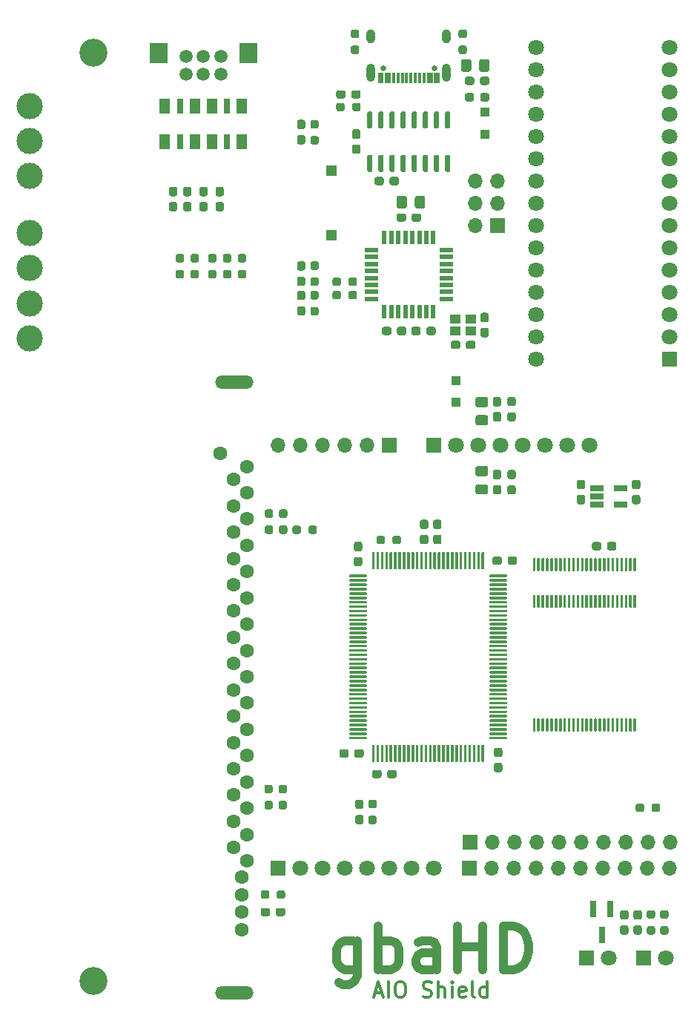
<source format=gbr>
%TF.GenerationSoftware,KiCad,Pcbnew,(5.1.10)-1*%
%TF.CreationDate,2022-01-12T10:37:10-08:00*%
%TF.ProjectId,gbaHD-AIO-Shield,67626148-442d-4414-994f-2d536869656c,rev?*%
%TF.SameCoordinates,Original*%
%TF.FileFunction,Soldermask,Top*%
%TF.FilePolarity,Negative*%
%FSLAX46Y46*%
G04 Gerber Fmt 4.6, Leading zero omitted, Abs format (unit mm)*
G04 Created by KiCad (PCBNEW (5.1.10)-1) date 2022-01-12 10:37:10*
%MOMM*%
%LPD*%
G01*
G04 APERTURE LIST*
%ADD10C,0.350000*%
%ADD11C,1.000000*%
%ADD12C,3.000000*%
%ADD13C,3.200000*%
%ADD14R,1.800000X1.800000*%
%ADD15C,1.800000*%
%ADD16R,1.150000X1.000000*%
%ADD17R,0.800000X1.900000*%
%ADD18O,1.700000X1.700000*%
%ADD19R,1.700000X1.700000*%
%ADD20R,1.560000X0.650000*%
%ADD21R,1.200000X1.800000*%
%ADD22R,0.800000X1.800000*%
%ADD23R,1.600000X0.550000*%
%ADD24R,0.550000X1.600000*%
%ADD25R,1.200000X1.200000*%
%ADD26C,1.600000*%
%ADD27O,4.400000X1.500000*%
%ADD28C,0.100000*%
%ADD29C,1.500000*%
%ADD30R,0.300000X1.150000*%
%ADD31C,0.650000*%
%ADD32O,1.000000X1.600000*%
%ADD33O,1.000000X2.100000*%
%ADD34R,1.000000X1.000000*%
G04 APERTURE END LIST*
D10*
X23866666Y-195590476D02*
X24700000Y-195590476D01*
X23700000Y-196090476D02*
X24283333Y-194340476D01*
X24866666Y-196090476D01*
X25450000Y-196090476D02*
X25450000Y-194340476D01*
X26616666Y-194340476D02*
X26950000Y-194340476D01*
X27116666Y-194423810D01*
X27283333Y-194590476D01*
X27366666Y-194923810D01*
X27366666Y-195507143D01*
X27283333Y-195840476D01*
X27116666Y-196007143D01*
X26950000Y-196090476D01*
X26616666Y-196090476D01*
X26450000Y-196007143D01*
X26283333Y-195840476D01*
X26200000Y-195507143D01*
X26200000Y-194923810D01*
X26283333Y-194590476D01*
X26450000Y-194423810D01*
X26616666Y-194340476D01*
X29366666Y-196007143D02*
X29616666Y-196090476D01*
X30033333Y-196090476D01*
X30200000Y-196007143D01*
X30283333Y-195923810D01*
X30366666Y-195757143D01*
X30366666Y-195590476D01*
X30283333Y-195423810D01*
X30200000Y-195340476D01*
X30033333Y-195257143D01*
X29700000Y-195173810D01*
X29533333Y-195090476D01*
X29450000Y-195007143D01*
X29366666Y-194840476D01*
X29366666Y-194673810D01*
X29450000Y-194507143D01*
X29533333Y-194423810D01*
X29700000Y-194340476D01*
X30116666Y-194340476D01*
X30366666Y-194423810D01*
X31116666Y-196090476D02*
X31116666Y-194340476D01*
X31866666Y-196090476D02*
X31866666Y-195173810D01*
X31783333Y-195007143D01*
X31616666Y-194923810D01*
X31366666Y-194923810D01*
X31200000Y-195007143D01*
X31116666Y-195090476D01*
X32700000Y-196090476D02*
X32700000Y-194923810D01*
X32700000Y-194340476D02*
X32616666Y-194423810D01*
X32700000Y-194507143D01*
X32783333Y-194423810D01*
X32700000Y-194340476D01*
X32700000Y-194507143D01*
X34200000Y-196007143D02*
X34033333Y-196090476D01*
X33700000Y-196090476D01*
X33533333Y-196007143D01*
X33450000Y-195840476D01*
X33450000Y-195173810D01*
X33533333Y-195007143D01*
X33700000Y-194923810D01*
X34033333Y-194923810D01*
X34200000Y-195007143D01*
X34283333Y-195173810D01*
X34283333Y-195340476D01*
X33450000Y-195507143D01*
X35283333Y-196090476D02*
X35116666Y-196007143D01*
X35033333Y-195840476D01*
X35033333Y-194340476D01*
X36700000Y-196090476D02*
X36700000Y-194340476D01*
X36700000Y-196007143D02*
X36533333Y-196090476D01*
X36200000Y-196090476D01*
X36033333Y-196007143D01*
X35950000Y-195923810D01*
X35866666Y-195757143D01*
X35866666Y-195257143D01*
X35950000Y-195090476D01*
X36033333Y-195007143D01*
X36200000Y-194923810D01*
X36533333Y-194923810D01*
X36700000Y-195007143D01*
D11*
X21878571Y-189652381D02*
X21878571Y-193700000D01*
X21640476Y-194176190D01*
X21402380Y-194414286D01*
X20926190Y-194652381D01*
X20211904Y-194652381D01*
X19735714Y-194414286D01*
X21878571Y-192747619D02*
X21402380Y-192985714D01*
X20450000Y-192985714D01*
X19973809Y-192747619D01*
X19735714Y-192509524D01*
X19497619Y-192033333D01*
X19497619Y-190604762D01*
X19735714Y-190128571D01*
X19973809Y-189890476D01*
X20450000Y-189652381D01*
X21402380Y-189652381D01*
X21878571Y-189890476D01*
X24259523Y-192985714D02*
X24259523Y-187985714D01*
X24259523Y-189890476D02*
X24735714Y-189652381D01*
X25688095Y-189652381D01*
X26164285Y-189890476D01*
X26402380Y-190128571D01*
X26640476Y-190604762D01*
X26640476Y-192033333D01*
X26402380Y-192509524D01*
X26164285Y-192747619D01*
X25688095Y-192985714D01*
X24735714Y-192985714D01*
X24259523Y-192747619D01*
X30926190Y-192985714D02*
X30926190Y-190366667D01*
X30688095Y-189890476D01*
X30211904Y-189652381D01*
X29259523Y-189652381D01*
X28783333Y-189890476D01*
X30926190Y-192747619D02*
X30450000Y-192985714D01*
X29259523Y-192985714D01*
X28783333Y-192747619D01*
X28545238Y-192271429D01*
X28545238Y-191795238D01*
X28783333Y-191319048D01*
X29259523Y-191080952D01*
X30450000Y-191080952D01*
X30926190Y-190842857D01*
X33307142Y-192985714D02*
X33307142Y-187985714D01*
X33307142Y-190366667D02*
X36164285Y-190366667D01*
X36164285Y-192985714D02*
X36164285Y-187985714D01*
X38545238Y-192985714D02*
X38545238Y-187985714D01*
X39735714Y-187985714D01*
X40450000Y-188223810D01*
X40926190Y-188700000D01*
X41164285Y-189176190D01*
X41402380Y-190128571D01*
X41402380Y-190842857D01*
X41164285Y-191795238D01*
X40926190Y-192271429D01*
X40450000Y-192747619D01*
X39735714Y-192985714D01*
X38545238Y-192985714D01*
D12*
%TO.C,P3*%
X-15550000Y-94423810D03*
X-15550000Y-98423810D03*
X-15550000Y-102423810D03*
X-15550000Y-108923810D03*
X-15550000Y-112923810D03*
X-15550000Y-116923810D03*
X-15550000Y-120923810D03*
%TD*%
D13*
%TO.C,REF\u002A\u002A*%
X-8275000Y-88298810D03*
%TD*%
%TO.C,REF\u002A\u002A*%
X-8275000Y-194298810D03*
%TD*%
D14*
%TO.C,A1*%
X57521000Y-123283810D03*
D15*
X42281000Y-90263810D03*
X57521000Y-120743810D03*
X42281000Y-92803810D03*
X57521000Y-118203810D03*
X42281000Y-95343810D03*
X57521000Y-115663810D03*
X42281000Y-97883810D03*
X57521000Y-113123810D03*
X42281000Y-100423810D03*
X57521000Y-110583810D03*
X42281000Y-102963810D03*
X57521000Y-108043810D03*
X42281000Y-105503810D03*
X57521000Y-105503810D03*
X42281000Y-108043810D03*
X57521000Y-102963810D03*
X42281000Y-110583810D03*
X57521000Y-100423810D03*
X42281000Y-113123810D03*
X57521000Y-97883810D03*
X42281000Y-115663810D03*
X57521000Y-95343810D03*
X42281000Y-118203810D03*
X57521000Y-92803810D03*
X42281000Y-120743810D03*
X57521000Y-90263810D03*
X42281000Y-123283810D03*
X57521000Y-87723810D03*
X42281000Y-87723810D03*
%TD*%
D16*
%TO.C,Y1*%
X33075000Y-118713810D03*
X34825000Y-118713810D03*
X34825000Y-120113810D03*
X33075000Y-120113810D03*
%TD*%
%TO.C,U5*%
G36*
G01*
X23455000Y-96988810D02*
X23155000Y-96988810D01*
G75*
G02*
X23005000Y-96838810I0J150000D01*
G01*
X23005000Y-95188810D01*
G75*
G02*
X23155000Y-95038810I150000J0D01*
G01*
X23455000Y-95038810D01*
G75*
G02*
X23605000Y-95188810I0J-150000D01*
G01*
X23605000Y-96838810D01*
G75*
G02*
X23455000Y-96988810I-150000J0D01*
G01*
G37*
G36*
G01*
X24725000Y-96988810D02*
X24425000Y-96988810D01*
G75*
G02*
X24275000Y-96838810I0J150000D01*
G01*
X24275000Y-95188810D01*
G75*
G02*
X24425000Y-95038810I150000J0D01*
G01*
X24725000Y-95038810D01*
G75*
G02*
X24875000Y-95188810I0J-150000D01*
G01*
X24875000Y-96838810D01*
G75*
G02*
X24725000Y-96988810I-150000J0D01*
G01*
G37*
G36*
G01*
X25995000Y-96988810D02*
X25695000Y-96988810D01*
G75*
G02*
X25545000Y-96838810I0J150000D01*
G01*
X25545000Y-95188810D01*
G75*
G02*
X25695000Y-95038810I150000J0D01*
G01*
X25995000Y-95038810D01*
G75*
G02*
X26145000Y-95188810I0J-150000D01*
G01*
X26145000Y-96838810D01*
G75*
G02*
X25995000Y-96988810I-150000J0D01*
G01*
G37*
G36*
G01*
X27265000Y-96988810D02*
X26965000Y-96988810D01*
G75*
G02*
X26815000Y-96838810I0J150000D01*
G01*
X26815000Y-95188810D01*
G75*
G02*
X26965000Y-95038810I150000J0D01*
G01*
X27265000Y-95038810D01*
G75*
G02*
X27415000Y-95188810I0J-150000D01*
G01*
X27415000Y-96838810D01*
G75*
G02*
X27265000Y-96988810I-150000J0D01*
G01*
G37*
G36*
G01*
X28535000Y-96988810D02*
X28235000Y-96988810D01*
G75*
G02*
X28085000Y-96838810I0J150000D01*
G01*
X28085000Y-95188810D01*
G75*
G02*
X28235000Y-95038810I150000J0D01*
G01*
X28535000Y-95038810D01*
G75*
G02*
X28685000Y-95188810I0J-150000D01*
G01*
X28685000Y-96838810D01*
G75*
G02*
X28535000Y-96988810I-150000J0D01*
G01*
G37*
G36*
G01*
X29805000Y-96988810D02*
X29505000Y-96988810D01*
G75*
G02*
X29355000Y-96838810I0J150000D01*
G01*
X29355000Y-95188810D01*
G75*
G02*
X29505000Y-95038810I150000J0D01*
G01*
X29805000Y-95038810D01*
G75*
G02*
X29955000Y-95188810I0J-150000D01*
G01*
X29955000Y-96838810D01*
G75*
G02*
X29805000Y-96988810I-150000J0D01*
G01*
G37*
G36*
G01*
X31075000Y-96988810D02*
X30775000Y-96988810D01*
G75*
G02*
X30625000Y-96838810I0J150000D01*
G01*
X30625000Y-95188810D01*
G75*
G02*
X30775000Y-95038810I150000J0D01*
G01*
X31075000Y-95038810D01*
G75*
G02*
X31225000Y-95188810I0J-150000D01*
G01*
X31225000Y-96838810D01*
G75*
G02*
X31075000Y-96988810I-150000J0D01*
G01*
G37*
G36*
G01*
X32345000Y-96988810D02*
X32045000Y-96988810D01*
G75*
G02*
X31895000Y-96838810I0J150000D01*
G01*
X31895000Y-95188810D01*
G75*
G02*
X32045000Y-95038810I150000J0D01*
G01*
X32345000Y-95038810D01*
G75*
G02*
X32495000Y-95188810I0J-150000D01*
G01*
X32495000Y-96838810D01*
G75*
G02*
X32345000Y-96988810I-150000J0D01*
G01*
G37*
G36*
G01*
X32345000Y-101938810D02*
X32045000Y-101938810D01*
G75*
G02*
X31895000Y-101788810I0J150000D01*
G01*
X31895000Y-100138810D01*
G75*
G02*
X32045000Y-99988810I150000J0D01*
G01*
X32345000Y-99988810D01*
G75*
G02*
X32495000Y-100138810I0J-150000D01*
G01*
X32495000Y-101788810D01*
G75*
G02*
X32345000Y-101938810I-150000J0D01*
G01*
G37*
G36*
G01*
X31075000Y-101938810D02*
X30775000Y-101938810D01*
G75*
G02*
X30625000Y-101788810I0J150000D01*
G01*
X30625000Y-100138810D01*
G75*
G02*
X30775000Y-99988810I150000J0D01*
G01*
X31075000Y-99988810D01*
G75*
G02*
X31225000Y-100138810I0J-150000D01*
G01*
X31225000Y-101788810D01*
G75*
G02*
X31075000Y-101938810I-150000J0D01*
G01*
G37*
G36*
G01*
X29805000Y-101938810D02*
X29505000Y-101938810D01*
G75*
G02*
X29355000Y-101788810I0J150000D01*
G01*
X29355000Y-100138810D01*
G75*
G02*
X29505000Y-99988810I150000J0D01*
G01*
X29805000Y-99988810D01*
G75*
G02*
X29955000Y-100138810I0J-150000D01*
G01*
X29955000Y-101788810D01*
G75*
G02*
X29805000Y-101938810I-150000J0D01*
G01*
G37*
G36*
G01*
X28535000Y-101938810D02*
X28235000Y-101938810D01*
G75*
G02*
X28085000Y-101788810I0J150000D01*
G01*
X28085000Y-100138810D01*
G75*
G02*
X28235000Y-99988810I150000J0D01*
G01*
X28535000Y-99988810D01*
G75*
G02*
X28685000Y-100138810I0J-150000D01*
G01*
X28685000Y-101788810D01*
G75*
G02*
X28535000Y-101938810I-150000J0D01*
G01*
G37*
G36*
G01*
X27265000Y-101938810D02*
X26965000Y-101938810D01*
G75*
G02*
X26815000Y-101788810I0J150000D01*
G01*
X26815000Y-100138810D01*
G75*
G02*
X26965000Y-99988810I150000J0D01*
G01*
X27265000Y-99988810D01*
G75*
G02*
X27415000Y-100138810I0J-150000D01*
G01*
X27415000Y-101788810D01*
G75*
G02*
X27265000Y-101938810I-150000J0D01*
G01*
G37*
G36*
G01*
X25995000Y-101938810D02*
X25695000Y-101938810D01*
G75*
G02*
X25545000Y-101788810I0J150000D01*
G01*
X25545000Y-100138810D01*
G75*
G02*
X25695000Y-99988810I150000J0D01*
G01*
X25995000Y-99988810D01*
G75*
G02*
X26145000Y-100138810I0J-150000D01*
G01*
X26145000Y-101788810D01*
G75*
G02*
X25995000Y-101938810I-150000J0D01*
G01*
G37*
G36*
G01*
X24725000Y-101938810D02*
X24425000Y-101938810D01*
G75*
G02*
X24275000Y-101788810I0J150000D01*
G01*
X24275000Y-100138810D01*
G75*
G02*
X24425000Y-99988810I150000J0D01*
G01*
X24725000Y-99988810D01*
G75*
G02*
X24875000Y-100138810I0J-150000D01*
G01*
X24875000Y-101788810D01*
G75*
G02*
X24725000Y-101938810I-150000J0D01*
G01*
G37*
G36*
G01*
X23455000Y-101938810D02*
X23155000Y-101938810D01*
G75*
G02*
X23005000Y-101788810I0J150000D01*
G01*
X23005000Y-100138810D01*
G75*
G02*
X23155000Y-99988810I150000J0D01*
G01*
X23455000Y-99988810D01*
G75*
G02*
X23605000Y-100138810I0J-150000D01*
G01*
X23605000Y-101788810D01*
G75*
G02*
X23455000Y-101938810I-150000J0D01*
G01*
G37*
%TD*%
%TO.C,C29*%
G36*
G01*
X54111500Y-187250310D02*
X53636500Y-187250310D01*
G75*
G02*
X53399000Y-187012810I0J237500D01*
G01*
X53399000Y-186412810D01*
G75*
G02*
X53636500Y-186175310I237500J0D01*
G01*
X54111500Y-186175310D01*
G75*
G02*
X54349000Y-186412810I0J-237500D01*
G01*
X54349000Y-187012810D01*
G75*
G02*
X54111500Y-187250310I-237500J0D01*
G01*
G37*
G36*
G01*
X54111500Y-188975310D02*
X53636500Y-188975310D01*
G75*
G02*
X53399000Y-188737810I0J237500D01*
G01*
X53399000Y-188137810D01*
G75*
G02*
X53636500Y-187900310I237500J0D01*
G01*
X54111500Y-187900310D01*
G75*
G02*
X54349000Y-188137810I0J-237500D01*
G01*
X54349000Y-188737810D01*
G75*
G02*
X54111500Y-188975310I-237500J0D01*
G01*
G37*
%TD*%
%TO.C,R21*%
G36*
G01*
X57159500Y-187150310D02*
X56684500Y-187150310D01*
G75*
G02*
X56447000Y-186912810I0J237500D01*
G01*
X56447000Y-186412810D01*
G75*
G02*
X56684500Y-186175310I237500J0D01*
G01*
X57159500Y-186175310D01*
G75*
G02*
X57397000Y-186412810I0J-237500D01*
G01*
X57397000Y-186912810D01*
G75*
G02*
X57159500Y-187150310I-237500J0D01*
G01*
G37*
G36*
G01*
X57159500Y-188975310D02*
X56684500Y-188975310D01*
G75*
G02*
X56447000Y-188737810I0J237500D01*
G01*
X56447000Y-188237810D01*
G75*
G02*
X56684500Y-188000310I237500J0D01*
G01*
X57159500Y-188000310D01*
G75*
G02*
X57397000Y-188237810I0J-237500D01*
G01*
X57397000Y-188737810D01*
G75*
G02*
X57159500Y-188975310I-237500J0D01*
G01*
G37*
%TD*%
%TO.C,R20*%
G36*
G01*
X55160499Y-188000310D02*
X55635499Y-188000310D01*
G75*
G02*
X55872999Y-188237810I0J-237500D01*
G01*
X55872999Y-188737810D01*
G75*
G02*
X55635499Y-188975310I-237500J0D01*
G01*
X55160499Y-188975310D01*
G75*
G02*
X54922999Y-188737810I0J237500D01*
G01*
X54922999Y-188237810D01*
G75*
G02*
X55160499Y-188000310I237500J0D01*
G01*
G37*
G36*
G01*
X55160499Y-186175310D02*
X55635499Y-186175310D01*
G75*
G02*
X55872999Y-186412810I0J-237500D01*
G01*
X55872999Y-186912810D01*
G75*
G02*
X55635499Y-187150310I-237500J0D01*
G01*
X55160499Y-187150310D01*
G75*
G02*
X54922999Y-186912810I0J237500D01*
G01*
X54922999Y-186412810D01*
G75*
G02*
X55160499Y-186175310I237500J0D01*
G01*
G37*
%TD*%
%TO.C,C28*%
G36*
G01*
X52587500Y-187250310D02*
X52112500Y-187250310D01*
G75*
G02*
X51875000Y-187012810I0J237500D01*
G01*
X51875000Y-186412810D01*
G75*
G02*
X52112500Y-186175310I237500J0D01*
G01*
X52587500Y-186175310D01*
G75*
G02*
X52825000Y-186412810I0J-237500D01*
G01*
X52825000Y-187012810D01*
G75*
G02*
X52587500Y-187250310I-237500J0D01*
G01*
G37*
G36*
G01*
X52587500Y-188975310D02*
X52112500Y-188975310D01*
G75*
G02*
X51875000Y-188737810I0J237500D01*
G01*
X51875000Y-188137810D01*
G75*
G02*
X52112500Y-187900310I237500J0D01*
G01*
X52587500Y-187900310D01*
G75*
G02*
X52825000Y-188137810I0J-237500D01*
G01*
X52825000Y-188737810D01*
G75*
G02*
X52587500Y-188975310I-237500J0D01*
G01*
G37*
%TD*%
D17*
%TO.C,Q1*%
X50735000Y-186048810D03*
X48835000Y-186048810D03*
X49785000Y-189048810D03*
%TD*%
D18*
%TO.C,J2*%
X35360000Y-102958810D03*
X37900000Y-102958810D03*
X35360000Y-105498810D03*
X37900000Y-105498810D03*
X35360000Y-108038810D03*
D19*
X37900000Y-108043810D03*
%TD*%
D15*
%TO.C,S1*%
X38225000Y-133163810D03*
X48385000Y-133163810D03*
X40765000Y-133163810D03*
D14*
X30605000Y-133163810D03*
D15*
X33145000Y-133163810D03*
X43305000Y-133163810D03*
X35685000Y-133163810D03*
X45845000Y-133163810D03*
D18*
X22985000Y-133163810D03*
X17905000Y-133163810D03*
X12825000Y-133163810D03*
D19*
X25525000Y-133163810D03*
D18*
X15365000Y-133163810D03*
X20445000Y-133163810D03*
X52441000Y-181423810D03*
D19*
X34661000Y-181423810D03*
D18*
X44821000Y-181423810D03*
X49901000Y-181423810D03*
X47361000Y-181423810D03*
X42281000Y-181423810D03*
X39741000Y-181423810D03*
X37201000Y-181423810D03*
X57521000Y-181423810D03*
X54981000Y-181423810D03*
D15*
X22985000Y-181423810D03*
X30605000Y-181423810D03*
X17905000Y-181423810D03*
X25525000Y-181423810D03*
D14*
X12825000Y-181423810D03*
D15*
X28065000Y-181423810D03*
X20445000Y-181423810D03*
X15365000Y-181423810D03*
D18*
X55021000Y-178383810D03*
X39781000Y-178383810D03*
X49941000Y-178383810D03*
X57561000Y-178383810D03*
X37241000Y-178383810D03*
X42321000Y-178383810D03*
X47401000Y-178383810D03*
X44861000Y-178383810D03*
D19*
X34701000Y-178383810D03*
D18*
X52481000Y-178383810D03*
%TD*%
D20*
%TO.C,U3*%
X51900000Y-137998810D03*
X51900000Y-139898810D03*
X49200000Y-139898810D03*
X49200000Y-138948810D03*
X49200000Y-137998810D03*
%TD*%
D15*
%TO.C,TP1*%
X50571000Y-191623810D03*
D14*
X48031000Y-191623810D03*
%TD*%
D15*
%TO.C,SW2*%
X57071000Y-191623810D03*
D14*
X54531000Y-191623810D03*
%TD*%
D21*
%TO.C,EM2*%
X5300000Y-94423810D03*
D22*
X7000000Y-94423810D03*
D21*
X8700000Y-94423810D03*
X8700000Y-98523810D03*
D22*
X7000000Y-98523810D03*
D21*
X5300000Y-98523810D03*
%TD*%
D23*
%TO.C,U4*%
X23500000Y-116438810D03*
X23500000Y-115638810D03*
X23500000Y-114838810D03*
X23500000Y-114038810D03*
X23500000Y-113238810D03*
X23500000Y-112438810D03*
X23500000Y-111638810D03*
X23500000Y-110838810D03*
D24*
X24950000Y-109388810D03*
X25750000Y-109388810D03*
X26550000Y-109388810D03*
X27350000Y-109388810D03*
X28150000Y-109388810D03*
X28950000Y-109388810D03*
X29750000Y-109388810D03*
X30550000Y-109388810D03*
D23*
X32000000Y-110838810D03*
X32000000Y-111638810D03*
X32000000Y-112438810D03*
X32000000Y-113238810D03*
X32000000Y-114038810D03*
X32000000Y-114838810D03*
X32000000Y-115638810D03*
X32000000Y-116438810D03*
D24*
X30550000Y-117888810D03*
X29750000Y-117888810D03*
X28950000Y-117888810D03*
X28150000Y-117888810D03*
X27350000Y-117888810D03*
X26550000Y-117888810D03*
X25750000Y-117888810D03*
X24950000Y-117888810D03*
%TD*%
%TO.C,U2*%
G36*
G01*
X47625000Y-151698810D02*
X47475000Y-151698810D01*
G75*
G02*
X47400000Y-151623810I0J75000D01*
G01*
X47400000Y-150273810D01*
G75*
G02*
X47475000Y-150198810I75000J0D01*
G01*
X47625000Y-150198810D01*
G75*
G02*
X47700000Y-150273810I0J-75000D01*
G01*
X47700000Y-151623810D01*
G75*
G02*
X47625000Y-151698810I-75000J0D01*
G01*
G37*
G36*
G01*
X51125000Y-151698810D02*
X50975000Y-151698810D01*
G75*
G02*
X50900000Y-151623810I0J75000D01*
G01*
X50900000Y-150273810D01*
G75*
G02*
X50975000Y-150198810I75000J0D01*
G01*
X51125000Y-150198810D01*
G75*
G02*
X51200000Y-150273810I0J-75000D01*
G01*
X51200000Y-151623810D01*
G75*
G02*
X51125000Y-151698810I-75000J0D01*
G01*
G37*
G36*
G01*
X52125000Y-151698810D02*
X51975000Y-151698810D01*
G75*
G02*
X51900000Y-151623810I0J75000D01*
G01*
X51900000Y-150273810D01*
G75*
G02*
X51975000Y-150198810I75000J0D01*
G01*
X52125000Y-150198810D01*
G75*
G02*
X52200000Y-150273810I0J-75000D01*
G01*
X52200000Y-151623810D01*
G75*
G02*
X52125000Y-151698810I-75000J0D01*
G01*
G37*
G36*
G01*
X48125000Y-151698810D02*
X47975000Y-151698810D01*
G75*
G02*
X47900000Y-151623810I0J75000D01*
G01*
X47900000Y-150273810D01*
G75*
G02*
X47975000Y-150198810I75000J0D01*
G01*
X48125000Y-150198810D01*
G75*
G02*
X48200000Y-150273810I0J-75000D01*
G01*
X48200000Y-151623810D01*
G75*
G02*
X48125000Y-151698810I-75000J0D01*
G01*
G37*
G36*
G01*
X44125000Y-151698810D02*
X43975000Y-151698810D01*
G75*
G02*
X43900000Y-151623810I0J75000D01*
G01*
X43900000Y-150273810D01*
G75*
G02*
X43975000Y-150198810I75000J0D01*
G01*
X44125000Y-150198810D01*
G75*
G02*
X44200000Y-150273810I0J-75000D01*
G01*
X44200000Y-151623810D01*
G75*
G02*
X44125000Y-151698810I-75000J0D01*
G01*
G37*
G36*
G01*
X48625000Y-151698810D02*
X48475000Y-151698810D01*
G75*
G02*
X48400000Y-151623810I0J75000D01*
G01*
X48400000Y-150273810D01*
G75*
G02*
X48475000Y-150198810I75000J0D01*
G01*
X48625000Y-150198810D01*
G75*
G02*
X48700000Y-150273810I0J-75000D01*
G01*
X48700000Y-151623810D01*
G75*
G02*
X48625000Y-151698810I-75000J0D01*
G01*
G37*
G36*
G01*
X50625000Y-151698810D02*
X50475000Y-151698810D01*
G75*
G02*
X50400000Y-151623810I0J75000D01*
G01*
X50400000Y-150273810D01*
G75*
G02*
X50475000Y-150198810I75000J0D01*
G01*
X50625000Y-150198810D01*
G75*
G02*
X50700000Y-150273810I0J-75000D01*
G01*
X50700000Y-151623810D01*
G75*
G02*
X50625000Y-151698810I-75000J0D01*
G01*
G37*
G36*
G01*
X47125000Y-151698810D02*
X46975000Y-151698810D01*
G75*
G02*
X46900000Y-151623810I0J75000D01*
G01*
X46900000Y-150273810D01*
G75*
G02*
X46975000Y-150198810I75000J0D01*
G01*
X47125000Y-150198810D01*
G75*
G02*
X47200000Y-150273810I0J-75000D01*
G01*
X47200000Y-151623810D01*
G75*
G02*
X47125000Y-151698810I-75000J0D01*
G01*
G37*
G36*
G01*
X46125000Y-151698810D02*
X45975000Y-151698810D01*
G75*
G02*
X45900000Y-151623810I0J75000D01*
G01*
X45900000Y-150273810D01*
G75*
G02*
X45975000Y-150198810I75000J0D01*
G01*
X46125000Y-150198810D01*
G75*
G02*
X46200000Y-150273810I0J-75000D01*
G01*
X46200000Y-151623810D01*
G75*
G02*
X46125000Y-151698810I-75000J0D01*
G01*
G37*
G36*
G01*
X43125000Y-151698810D02*
X42975000Y-151698810D01*
G75*
G02*
X42900000Y-151623810I0J75000D01*
G01*
X42900000Y-150273810D01*
G75*
G02*
X42975000Y-150198810I75000J0D01*
G01*
X43125000Y-150198810D01*
G75*
G02*
X43200000Y-150273810I0J-75000D01*
G01*
X43200000Y-151623810D01*
G75*
G02*
X43125000Y-151698810I-75000J0D01*
G01*
G37*
G36*
G01*
X42125000Y-151698810D02*
X41975000Y-151698810D01*
G75*
G02*
X41900000Y-151623810I0J75000D01*
G01*
X41900000Y-150273810D01*
G75*
G02*
X41975000Y-150198810I75000J0D01*
G01*
X42125000Y-150198810D01*
G75*
G02*
X42200000Y-150273810I0J-75000D01*
G01*
X42200000Y-151623810D01*
G75*
G02*
X42125000Y-151698810I-75000J0D01*
G01*
G37*
G36*
G01*
X52625000Y-151698810D02*
X52475000Y-151698810D01*
G75*
G02*
X52400000Y-151623810I0J75000D01*
G01*
X52400000Y-150273810D01*
G75*
G02*
X52475000Y-150198810I75000J0D01*
G01*
X52625000Y-150198810D01*
G75*
G02*
X52700000Y-150273810I0J-75000D01*
G01*
X52700000Y-151623810D01*
G75*
G02*
X52625000Y-151698810I-75000J0D01*
G01*
G37*
G36*
G01*
X51625000Y-151698810D02*
X51475000Y-151698810D01*
G75*
G02*
X51400000Y-151623810I0J75000D01*
G01*
X51400000Y-150273810D01*
G75*
G02*
X51475000Y-150198810I75000J0D01*
G01*
X51625000Y-150198810D01*
G75*
G02*
X51700000Y-150273810I0J-75000D01*
G01*
X51700000Y-151623810D01*
G75*
G02*
X51625000Y-151698810I-75000J0D01*
G01*
G37*
G36*
G01*
X50125000Y-151698810D02*
X49975000Y-151698810D01*
G75*
G02*
X49900000Y-151623810I0J75000D01*
G01*
X49900000Y-150273810D01*
G75*
G02*
X49975000Y-150198810I75000J0D01*
G01*
X50125000Y-150198810D01*
G75*
G02*
X50200000Y-150273810I0J-75000D01*
G01*
X50200000Y-151623810D01*
G75*
G02*
X50125000Y-151698810I-75000J0D01*
G01*
G37*
G36*
G01*
X49125000Y-151698810D02*
X48975000Y-151698810D01*
G75*
G02*
X48900000Y-151623810I0J75000D01*
G01*
X48900000Y-150273810D01*
G75*
G02*
X48975000Y-150198810I75000J0D01*
G01*
X49125000Y-150198810D01*
G75*
G02*
X49200000Y-150273810I0J-75000D01*
G01*
X49200000Y-151623810D01*
G75*
G02*
X49125000Y-151698810I-75000J0D01*
G01*
G37*
G36*
G01*
X45125000Y-151698810D02*
X44975000Y-151698810D01*
G75*
G02*
X44900000Y-151623810I0J75000D01*
G01*
X44900000Y-150273810D01*
G75*
G02*
X44975000Y-150198810I75000J0D01*
G01*
X45125000Y-150198810D01*
G75*
G02*
X45200000Y-150273810I0J-75000D01*
G01*
X45200000Y-151623810D01*
G75*
G02*
X45125000Y-151698810I-75000J0D01*
G01*
G37*
G36*
G01*
X49625000Y-151698810D02*
X49475000Y-151698810D01*
G75*
G02*
X49400000Y-151623810I0J75000D01*
G01*
X49400000Y-150273810D01*
G75*
G02*
X49475000Y-150198810I75000J0D01*
G01*
X49625000Y-150198810D01*
G75*
G02*
X49700000Y-150273810I0J-75000D01*
G01*
X49700000Y-151623810D01*
G75*
G02*
X49625000Y-151698810I-75000J0D01*
G01*
G37*
G36*
G01*
X53125000Y-151698810D02*
X52975000Y-151698810D01*
G75*
G02*
X52900000Y-151623810I0J75000D01*
G01*
X52900000Y-150273810D01*
G75*
G02*
X52975000Y-150198810I75000J0D01*
G01*
X53125000Y-150198810D01*
G75*
G02*
X53200000Y-150273810I0J-75000D01*
G01*
X53200000Y-151623810D01*
G75*
G02*
X53125000Y-151698810I-75000J0D01*
G01*
G37*
G36*
G01*
X46625000Y-151698810D02*
X46475000Y-151698810D01*
G75*
G02*
X46400000Y-151623810I0J75000D01*
G01*
X46400000Y-150273810D01*
G75*
G02*
X46475000Y-150198810I75000J0D01*
G01*
X46625000Y-150198810D01*
G75*
G02*
X46700000Y-150273810I0J-75000D01*
G01*
X46700000Y-151623810D01*
G75*
G02*
X46625000Y-151698810I-75000J0D01*
G01*
G37*
G36*
G01*
X45625000Y-151698810D02*
X45475000Y-151698810D01*
G75*
G02*
X45400000Y-151623810I0J75000D01*
G01*
X45400000Y-150273810D01*
G75*
G02*
X45475000Y-150198810I75000J0D01*
G01*
X45625000Y-150198810D01*
G75*
G02*
X45700000Y-150273810I0J-75000D01*
G01*
X45700000Y-151623810D01*
G75*
G02*
X45625000Y-151698810I-75000J0D01*
G01*
G37*
G36*
G01*
X42625000Y-151698810D02*
X42475000Y-151698810D01*
G75*
G02*
X42400000Y-151623810I0J75000D01*
G01*
X42400000Y-150273810D01*
G75*
G02*
X42475000Y-150198810I75000J0D01*
G01*
X42625000Y-150198810D01*
G75*
G02*
X42700000Y-150273810I0J-75000D01*
G01*
X42700000Y-151623810D01*
G75*
G02*
X42625000Y-151698810I-75000J0D01*
G01*
G37*
G36*
G01*
X44625000Y-151698810D02*
X44475000Y-151698810D01*
G75*
G02*
X44400000Y-151623810I0J75000D01*
G01*
X44400000Y-150273810D01*
G75*
G02*
X44475000Y-150198810I75000J0D01*
G01*
X44625000Y-150198810D01*
G75*
G02*
X44700000Y-150273810I0J-75000D01*
G01*
X44700000Y-151623810D01*
G75*
G02*
X44625000Y-151698810I-75000J0D01*
G01*
G37*
G36*
G01*
X53625000Y-151698810D02*
X53475000Y-151698810D01*
G75*
G02*
X53400000Y-151623810I0J75000D01*
G01*
X53400000Y-150273810D01*
G75*
G02*
X53475000Y-150198810I75000J0D01*
G01*
X53625000Y-150198810D01*
G75*
G02*
X53700000Y-150273810I0J-75000D01*
G01*
X53700000Y-151623810D01*
G75*
G02*
X53625000Y-151698810I-75000J0D01*
G01*
G37*
G36*
G01*
X43625000Y-151698810D02*
X43475000Y-151698810D01*
G75*
G02*
X43400000Y-151623810I0J75000D01*
G01*
X43400000Y-150273810D01*
G75*
G02*
X43475000Y-150198810I75000J0D01*
G01*
X43625000Y-150198810D01*
G75*
G02*
X43700000Y-150273810I0J-75000D01*
G01*
X43700000Y-151623810D01*
G75*
G02*
X43625000Y-151698810I-75000J0D01*
G01*
G37*
G36*
G01*
X46625000Y-147498810D02*
X46475000Y-147498810D01*
G75*
G02*
X46400000Y-147423810I0J75000D01*
G01*
X46400000Y-146073810D01*
G75*
G02*
X46475000Y-145998810I75000J0D01*
G01*
X46625000Y-145998810D01*
G75*
G02*
X46700000Y-146073810I0J-75000D01*
G01*
X46700000Y-147423810D01*
G75*
G02*
X46625000Y-147498810I-75000J0D01*
G01*
G37*
G36*
G01*
X53125000Y-147498810D02*
X52975000Y-147498810D01*
G75*
G02*
X52900000Y-147423810I0J75000D01*
G01*
X52900000Y-146073810D01*
G75*
G02*
X52975000Y-145998810I75000J0D01*
G01*
X53125000Y-145998810D01*
G75*
G02*
X53200000Y-146073810I0J-75000D01*
G01*
X53200000Y-147423810D01*
G75*
G02*
X53125000Y-147498810I-75000J0D01*
G01*
G37*
G36*
G01*
X50125000Y-165798810D02*
X49975000Y-165798810D01*
G75*
G02*
X49900000Y-165723810I0J75000D01*
G01*
X49900000Y-164373810D01*
G75*
G02*
X49975000Y-164298810I75000J0D01*
G01*
X50125000Y-164298810D01*
G75*
G02*
X50200000Y-164373810I0J-75000D01*
G01*
X50200000Y-165723810D01*
G75*
G02*
X50125000Y-165798810I-75000J0D01*
G01*
G37*
G36*
G01*
X53625000Y-147498810D02*
X53475000Y-147498810D01*
G75*
G02*
X53400000Y-147423810I0J75000D01*
G01*
X53400000Y-146073810D01*
G75*
G02*
X53475000Y-145998810I75000J0D01*
G01*
X53625000Y-145998810D01*
G75*
G02*
X53700000Y-146073810I0J-75000D01*
G01*
X53700000Y-147423810D01*
G75*
G02*
X53625000Y-147498810I-75000J0D01*
G01*
G37*
G36*
G01*
X47125000Y-165798810D02*
X46975000Y-165798810D01*
G75*
G02*
X46900000Y-165723810I0J75000D01*
G01*
X46900000Y-164373810D01*
G75*
G02*
X46975000Y-164298810I75000J0D01*
G01*
X47125000Y-164298810D01*
G75*
G02*
X47200000Y-164373810I0J-75000D01*
G01*
X47200000Y-165723810D01*
G75*
G02*
X47125000Y-165798810I-75000J0D01*
G01*
G37*
G36*
G01*
X45125000Y-165798810D02*
X44975000Y-165798810D01*
G75*
G02*
X44900000Y-165723810I0J75000D01*
G01*
X44900000Y-164373810D01*
G75*
G02*
X44975000Y-164298810I75000J0D01*
G01*
X45125000Y-164298810D01*
G75*
G02*
X45200000Y-164373810I0J-75000D01*
G01*
X45200000Y-165723810D01*
G75*
G02*
X45125000Y-165798810I-75000J0D01*
G01*
G37*
G36*
G01*
X44625000Y-165798810D02*
X44475000Y-165798810D01*
G75*
G02*
X44400000Y-165723810I0J75000D01*
G01*
X44400000Y-164373810D01*
G75*
G02*
X44475000Y-164298810I75000J0D01*
G01*
X44625000Y-164298810D01*
G75*
G02*
X44700000Y-164373810I0J-75000D01*
G01*
X44700000Y-165723810D01*
G75*
G02*
X44625000Y-165798810I-75000J0D01*
G01*
G37*
G36*
G01*
X42625000Y-147498810D02*
X42475000Y-147498810D01*
G75*
G02*
X42400000Y-147423810I0J75000D01*
G01*
X42400000Y-146073810D01*
G75*
G02*
X42475000Y-145998810I75000J0D01*
G01*
X42625000Y-145998810D01*
G75*
G02*
X42700000Y-146073810I0J-75000D01*
G01*
X42700000Y-147423810D01*
G75*
G02*
X42625000Y-147498810I-75000J0D01*
G01*
G37*
G36*
G01*
X43625000Y-147498810D02*
X43475000Y-147498810D01*
G75*
G02*
X43400000Y-147423810I0J75000D01*
G01*
X43400000Y-146073810D01*
G75*
G02*
X43475000Y-145998810I75000J0D01*
G01*
X43625000Y-145998810D01*
G75*
G02*
X43700000Y-146073810I0J-75000D01*
G01*
X43700000Y-147423810D01*
G75*
G02*
X43625000Y-147498810I-75000J0D01*
G01*
G37*
G36*
G01*
X44625000Y-147498810D02*
X44475000Y-147498810D01*
G75*
G02*
X44400000Y-147423810I0J75000D01*
G01*
X44400000Y-146073810D01*
G75*
G02*
X44475000Y-145998810I75000J0D01*
G01*
X44625000Y-145998810D01*
G75*
G02*
X44700000Y-146073810I0J-75000D01*
G01*
X44700000Y-147423810D01*
G75*
G02*
X44625000Y-147498810I-75000J0D01*
G01*
G37*
G36*
G01*
X45625000Y-147498810D02*
X45475000Y-147498810D01*
G75*
G02*
X45400000Y-147423810I0J75000D01*
G01*
X45400000Y-146073810D01*
G75*
G02*
X45475000Y-145998810I75000J0D01*
G01*
X45625000Y-145998810D01*
G75*
G02*
X45700000Y-146073810I0J-75000D01*
G01*
X45700000Y-147423810D01*
G75*
G02*
X45625000Y-147498810I-75000J0D01*
G01*
G37*
G36*
G01*
X49625000Y-147498810D02*
X49475000Y-147498810D01*
G75*
G02*
X49400000Y-147423810I0J75000D01*
G01*
X49400000Y-146073810D01*
G75*
G02*
X49475000Y-145998810I75000J0D01*
G01*
X49625000Y-145998810D01*
G75*
G02*
X49700000Y-146073810I0J-75000D01*
G01*
X49700000Y-147423810D01*
G75*
G02*
X49625000Y-147498810I-75000J0D01*
G01*
G37*
G36*
G01*
X42625000Y-165798810D02*
X42475000Y-165798810D01*
G75*
G02*
X42400000Y-165723810I0J75000D01*
G01*
X42400000Y-164373810D01*
G75*
G02*
X42475000Y-164298810I75000J0D01*
G01*
X42625000Y-164298810D01*
G75*
G02*
X42700000Y-164373810I0J-75000D01*
G01*
X42700000Y-165723810D01*
G75*
G02*
X42625000Y-165798810I-75000J0D01*
G01*
G37*
G36*
G01*
X45125000Y-147498810D02*
X44975000Y-147498810D01*
G75*
G02*
X44900000Y-147423810I0J75000D01*
G01*
X44900000Y-146073810D01*
G75*
G02*
X44975000Y-145998810I75000J0D01*
G01*
X45125000Y-145998810D01*
G75*
G02*
X45200000Y-146073810I0J-75000D01*
G01*
X45200000Y-147423810D01*
G75*
G02*
X45125000Y-147498810I-75000J0D01*
G01*
G37*
G36*
G01*
X52125000Y-165798810D02*
X51975000Y-165798810D01*
G75*
G02*
X51900000Y-165723810I0J75000D01*
G01*
X51900000Y-164373810D01*
G75*
G02*
X51975000Y-164298810I75000J0D01*
G01*
X52125000Y-164298810D01*
G75*
G02*
X52200000Y-164373810I0J-75000D01*
G01*
X52200000Y-165723810D01*
G75*
G02*
X52125000Y-165798810I-75000J0D01*
G01*
G37*
G36*
G01*
X52625000Y-165798810D02*
X52475000Y-165798810D01*
G75*
G02*
X52400000Y-165723810I0J75000D01*
G01*
X52400000Y-164373810D01*
G75*
G02*
X52475000Y-164298810I75000J0D01*
G01*
X52625000Y-164298810D01*
G75*
G02*
X52700000Y-164373810I0J-75000D01*
G01*
X52700000Y-165723810D01*
G75*
G02*
X52625000Y-165798810I-75000J0D01*
G01*
G37*
G36*
G01*
X50125000Y-147498810D02*
X49975000Y-147498810D01*
G75*
G02*
X49900000Y-147423810I0J75000D01*
G01*
X49900000Y-146073810D01*
G75*
G02*
X49975000Y-145998810I75000J0D01*
G01*
X50125000Y-145998810D01*
G75*
G02*
X50200000Y-146073810I0J-75000D01*
G01*
X50200000Y-147423810D01*
G75*
G02*
X50125000Y-147498810I-75000J0D01*
G01*
G37*
G36*
G01*
X51625000Y-147498810D02*
X51475000Y-147498810D01*
G75*
G02*
X51400000Y-147423810I0J75000D01*
G01*
X51400000Y-146073810D01*
G75*
G02*
X51475000Y-145998810I75000J0D01*
G01*
X51625000Y-145998810D01*
G75*
G02*
X51700000Y-146073810I0J-75000D01*
G01*
X51700000Y-147423810D01*
G75*
G02*
X51625000Y-147498810I-75000J0D01*
G01*
G37*
G36*
G01*
X52625000Y-147498810D02*
X52475000Y-147498810D01*
G75*
G02*
X52400000Y-147423810I0J75000D01*
G01*
X52400000Y-146073810D01*
G75*
G02*
X52475000Y-145998810I75000J0D01*
G01*
X52625000Y-145998810D01*
G75*
G02*
X52700000Y-146073810I0J-75000D01*
G01*
X52700000Y-147423810D01*
G75*
G02*
X52625000Y-147498810I-75000J0D01*
G01*
G37*
G36*
G01*
X46625000Y-165798810D02*
X46475000Y-165798810D01*
G75*
G02*
X46400000Y-165723810I0J75000D01*
G01*
X46400000Y-164373810D01*
G75*
G02*
X46475000Y-164298810I75000J0D01*
G01*
X46625000Y-164298810D01*
G75*
G02*
X46700000Y-164373810I0J-75000D01*
G01*
X46700000Y-165723810D01*
G75*
G02*
X46625000Y-165798810I-75000J0D01*
G01*
G37*
G36*
G01*
X53125000Y-165798810D02*
X52975000Y-165798810D01*
G75*
G02*
X52900000Y-165723810I0J75000D01*
G01*
X52900000Y-164373810D01*
G75*
G02*
X52975000Y-164298810I75000J0D01*
G01*
X53125000Y-164298810D01*
G75*
G02*
X53200000Y-164373810I0J-75000D01*
G01*
X53200000Y-165723810D01*
G75*
G02*
X53125000Y-165798810I-75000J0D01*
G01*
G37*
G36*
G01*
X47625000Y-165798810D02*
X47475000Y-165798810D01*
G75*
G02*
X47400000Y-165723810I0J75000D01*
G01*
X47400000Y-164373810D01*
G75*
G02*
X47475000Y-164298810I75000J0D01*
G01*
X47625000Y-164298810D01*
G75*
G02*
X47700000Y-164373810I0J-75000D01*
G01*
X47700000Y-165723810D01*
G75*
G02*
X47625000Y-165798810I-75000J0D01*
G01*
G37*
G36*
G01*
X43125000Y-165798810D02*
X42975000Y-165798810D01*
G75*
G02*
X42900000Y-165723810I0J75000D01*
G01*
X42900000Y-164373810D01*
G75*
G02*
X42975000Y-164298810I75000J0D01*
G01*
X43125000Y-164298810D01*
G75*
G02*
X43200000Y-164373810I0J-75000D01*
G01*
X43200000Y-165723810D01*
G75*
G02*
X43125000Y-165798810I-75000J0D01*
G01*
G37*
G36*
G01*
X46125000Y-165798810D02*
X45975000Y-165798810D01*
G75*
G02*
X45900000Y-165723810I0J75000D01*
G01*
X45900000Y-164373810D01*
G75*
G02*
X45975000Y-164298810I75000J0D01*
G01*
X46125000Y-164298810D01*
G75*
G02*
X46200000Y-164373810I0J-75000D01*
G01*
X46200000Y-165723810D01*
G75*
G02*
X46125000Y-165798810I-75000J0D01*
G01*
G37*
G36*
G01*
X48125000Y-147498810D02*
X47975000Y-147498810D01*
G75*
G02*
X47900000Y-147423810I0J75000D01*
G01*
X47900000Y-146073810D01*
G75*
G02*
X47975000Y-145998810I75000J0D01*
G01*
X48125000Y-145998810D01*
G75*
G02*
X48200000Y-146073810I0J-75000D01*
G01*
X48200000Y-147423810D01*
G75*
G02*
X48125000Y-147498810I-75000J0D01*
G01*
G37*
G36*
G01*
X51625000Y-165798810D02*
X51475000Y-165798810D01*
G75*
G02*
X51400000Y-165723810I0J75000D01*
G01*
X51400000Y-164373810D01*
G75*
G02*
X51475000Y-164298810I75000J0D01*
G01*
X51625000Y-164298810D01*
G75*
G02*
X51700000Y-164373810I0J-75000D01*
G01*
X51700000Y-165723810D01*
G75*
G02*
X51625000Y-165798810I-75000J0D01*
G01*
G37*
G36*
G01*
X42125000Y-147498810D02*
X41975000Y-147498810D01*
G75*
G02*
X41900000Y-147423810I0J75000D01*
G01*
X41900000Y-146073810D01*
G75*
G02*
X41975000Y-145998810I75000J0D01*
G01*
X42125000Y-145998810D01*
G75*
G02*
X42200000Y-146073810I0J-75000D01*
G01*
X42200000Y-147423810D01*
G75*
G02*
X42125000Y-147498810I-75000J0D01*
G01*
G37*
G36*
G01*
X49125000Y-165798810D02*
X48975000Y-165798810D01*
G75*
G02*
X48900000Y-165723810I0J75000D01*
G01*
X48900000Y-164373810D01*
G75*
G02*
X48975000Y-164298810I75000J0D01*
G01*
X49125000Y-164298810D01*
G75*
G02*
X49200000Y-164373810I0J-75000D01*
G01*
X49200000Y-165723810D01*
G75*
G02*
X49125000Y-165798810I-75000J0D01*
G01*
G37*
G36*
G01*
X48125000Y-165798810D02*
X47975000Y-165798810D01*
G75*
G02*
X47900000Y-165723810I0J75000D01*
G01*
X47900000Y-164373810D01*
G75*
G02*
X47975000Y-164298810I75000J0D01*
G01*
X48125000Y-164298810D01*
G75*
G02*
X48200000Y-164373810I0J-75000D01*
G01*
X48200000Y-165723810D01*
G75*
G02*
X48125000Y-165798810I-75000J0D01*
G01*
G37*
G36*
G01*
X44125000Y-165798810D02*
X43975000Y-165798810D01*
G75*
G02*
X43900000Y-165723810I0J75000D01*
G01*
X43900000Y-164373810D01*
G75*
G02*
X43975000Y-164298810I75000J0D01*
G01*
X44125000Y-164298810D01*
G75*
G02*
X44200000Y-164373810I0J-75000D01*
G01*
X44200000Y-165723810D01*
G75*
G02*
X44125000Y-165798810I-75000J0D01*
G01*
G37*
G36*
G01*
X43125000Y-147498810D02*
X42975000Y-147498810D01*
G75*
G02*
X42900000Y-147423810I0J75000D01*
G01*
X42900000Y-146073810D01*
G75*
G02*
X42975000Y-145998810I75000J0D01*
G01*
X43125000Y-145998810D01*
G75*
G02*
X43200000Y-146073810I0J-75000D01*
G01*
X43200000Y-147423810D01*
G75*
G02*
X43125000Y-147498810I-75000J0D01*
G01*
G37*
G36*
G01*
X48625000Y-147498810D02*
X48475000Y-147498810D01*
G75*
G02*
X48400000Y-147423810I0J75000D01*
G01*
X48400000Y-146073810D01*
G75*
G02*
X48475000Y-145998810I75000J0D01*
G01*
X48625000Y-145998810D01*
G75*
G02*
X48700000Y-146073810I0J-75000D01*
G01*
X48700000Y-147423810D01*
G75*
G02*
X48625000Y-147498810I-75000J0D01*
G01*
G37*
G36*
G01*
X47125000Y-147498810D02*
X46975000Y-147498810D01*
G75*
G02*
X46900000Y-147423810I0J75000D01*
G01*
X46900000Y-146073810D01*
G75*
G02*
X46975000Y-145998810I75000J0D01*
G01*
X47125000Y-145998810D01*
G75*
G02*
X47200000Y-146073810I0J-75000D01*
G01*
X47200000Y-147423810D01*
G75*
G02*
X47125000Y-147498810I-75000J0D01*
G01*
G37*
G36*
G01*
X44125000Y-147498810D02*
X43975000Y-147498810D01*
G75*
G02*
X43900000Y-147423810I0J75000D01*
G01*
X43900000Y-146073810D01*
G75*
G02*
X43975000Y-145998810I75000J0D01*
G01*
X44125000Y-145998810D01*
G75*
G02*
X44200000Y-146073810I0J-75000D01*
G01*
X44200000Y-147423810D01*
G75*
G02*
X44125000Y-147498810I-75000J0D01*
G01*
G37*
G36*
G01*
X51125000Y-147498810D02*
X50975000Y-147498810D01*
G75*
G02*
X50900000Y-147423810I0J75000D01*
G01*
X50900000Y-146073810D01*
G75*
G02*
X50975000Y-145998810I75000J0D01*
G01*
X51125000Y-145998810D01*
G75*
G02*
X51200000Y-146073810I0J-75000D01*
G01*
X51200000Y-147423810D01*
G75*
G02*
X51125000Y-147498810I-75000J0D01*
G01*
G37*
G36*
G01*
X53625000Y-165798810D02*
X53475000Y-165798810D01*
G75*
G02*
X53400000Y-165723810I0J75000D01*
G01*
X53400000Y-164373810D01*
G75*
G02*
X53475000Y-164298810I75000J0D01*
G01*
X53625000Y-164298810D01*
G75*
G02*
X53700000Y-164373810I0J-75000D01*
G01*
X53700000Y-165723810D01*
G75*
G02*
X53625000Y-165798810I-75000J0D01*
G01*
G37*
G36*
G01*
X46125000Y-147498810D02*
X45975000Y-147498810D01*
G75*
G02*
X45900000Y-147423810I0J75000D01*
G01*
X45900000Y-146073810D01*
G75*
G02*
X45975000Y-145998810I75000J0D01*
G01*
X46125000Y-145998810D01*
G75*
G02*
X46200000Y-146073810I0J-75000D01*
G01*
X46200000Y-147423810D01*
G75*
G02*
X46125000Y-147498810I-75000J0D01*
G01*
G37*
G36*
G01*
X47625000Y-147498810D02*
X47475000Y-147498810D01*
G75*
G02*
X47400000Y-147423810I0J75000D01*
G01*
X47400000Y-146073810D01*
G75*
G02*
X47475000Y-145998810I75000J0D01*
G01*
X47625000Y-145998810D01*
G75*
G02*
X47700000Y-146073810I0J-75000D01*
G01*
X47700000Y-147423810D01*
G75*
G02*
X47625000Y-147498810I-75000J0D01*
G01*
G37*
G36*
G01*
X49125000Y-147498810D02*
X48975000Y-147498810D01*
G75*
G02*
X48900000Y-147423810I0J75000D01*
G01*
X48900000Y-146073810D01*
G75*
G02*
X48975000Y-145998810I75000J0D01*
G01*
X49125000Y-145998810D01*
G75*
G02*
X49200000Y-146073810I0J-75000D01*
G01*
X49200000Y-147423810D01*
G75*
G02*
X49125000Y-147498810I-75000J0D01*
G01*
G37*
G36*
G01*
X50625000Y-147498810D02*
X50475000Y-147498810D01*
G75*
G02*
X50400000Y-147423810I0J75000D01*
G01*
X50400000Y-146073810D01*
G75*
G02*
X50475000Y-145998810I75000J0D01*
G01*
X50625000Y-145998810D01*
G75*
G02*
X50700000Y-146073810I0J-75000D01*
G01*
X50700000Y-147423810D01*
G75*
G02*
X50625000Y-147498810I-75000J0D01*
G01*
G37*
G36*
G01*
X51125000Y-165798810D02*
X50975000Y-165798810D01*
G75*
G02*
X50900000Y-165723810I0J75000D01*
G01*
X50900000Y-164373810D01*
G75*
G02*
X50975000Y-164298810I75000J0D01*
G01*
X51125000Y-164298810D01*
G75*
G02*
X51200000Y-164373810I0J-75000D01*
G01*
X51200000Y-165723810D01*
G75*
G02*
X51125000Y-165798810I-75000J0D01*
G01*
G37*
G36*
G01*
X42125000Y-165798810D02*
X41975000Y-165798810D01*
G75*
G02*
X41900000Y-165723810I0J75000D01*
G01*
X41900000Y-164373810D01*
G75*
G02*
X41975000Y-164298810I75000J0D01*
G01*
X42125000Y-164298810D01*
G75*
G02*
X42200000Y-164373810I0J-75000D01*
G01*
X42200000Y-165723810D01*
G75*
G02*
X42125000Y-165798810I-75000J0D01*
G01*
G37*
G36*
G01*
X52125000Y-147498810D02*
X51975000Y-147498810D01*
G75*
G02*
X51900000Y-147423810I0J75000D01*
G01*
X51900000Y-146073810D01*
G75*
G02*
X51975000Y-145998810I75000J0D01*
G01*
X52125000Y-145998810D01*
G75*
G02*
X52200000Y-146073810I0J-75000D01*
G01*
X52200000Y-147423810D01*
G75*
G02*
X52125000Y-147498810I-75000J0D01*
G01*
G37*
G36*
G01*
X50625000Y-165798810D02*
X50475000Y-165798810D01*
G75*
G02*
X50400000Y-165723810I0J75000D01*
G01*
X50400000Y-164373810D01*
G75*
G02*
X50475000Y-164298810I75000J0D01*
G01*
X50625000Y-164298810D01*
G75*
G02*
X50700000Y-164373810I0J-75000D01*
G01*
X50700000Y-165723810D01*
G75*
G02*
X50625000Y-165798810I-75000J0D01*
G01*
G37*
G36*
G01*
X43625000Y-165798810D02*
X43475000Y-165798810D01*
G75*
G02*
X43400000Y-165723810I0J75000D01*
G01*
X43400000Y-164373810D01*
G75*
G02*
X43475000Y-164298810I75000J0D01*
G01*
X43625000Y-164298810D01*
G75*
G02*
X43700000Y-164373810I0J-75000D01*
G01*
X43700000Y-165723810D01*
G75*
G02*
X43625000Y-165798810I-75000J0D01*
G01*
G37*
G36*
G01*
X49625000Y-165798810D02*
X49475000Y-165798810D01*
G75*
G02*
X49400000Y-165723810I0J75000D01*
G01*
X49400000Y-164373810D01*
G75*
G02*
X49475000Y-164298810I75000J0D01*
G01*
X49625000Y-164298810D01*
G75*
G02*
X49700000Y-164373810I0J-75000D01*
G01*
X49700000Y-165723810D01*
G75*
G02*
X49625000Y-165798810I-75000J0D01*
G01*
G37*
G36*
G01*
X48625000Y-165798810D02*
X48475000Y-165798810D01*
G75*
G02*
X48400000Y-165723810I0J75000D01*
G01*
X48400000Y-164373810D01*
G75*
G02*
X48475000Y-164298810I75000J0D01*
G01*
X48625000Y-164298810D01*
G75*
G02*
X48700000Y-164373810I0J-75000D01*
G01*
X48700000Y-165723810D01*
G75*
G02*
X48625000Y-165798810I-75000J0D01*
G01*
G37*
G36*
G01*
X45625000Y-165798810D02*
X45475000Y-165798810D01*
G75*
G02*
X45400000Y-165723810I0J75000D01*
G01*
X45400000Y-164373810D01*
G75*
G02*
X45475000Y-164298810I75000J0D01*
G01*
X45625000Y-164298810D01*
G75*
G02*
X45700000Y-164373810I0J-75000D01*
G01*
X45700000Y-165723810D01*
G75*
G02*
X45625000Y-165798810I-75000J0D01*
G01*
G37*
%TD*%
%TO.C,U1*%
G36*
G01*
X23625000Y-145298810D02*
X23775000Y-145298810D01*
G75*
G02*
X23850000Y-145373810I0J-75000D01*
G01*
X23850000Y-147223810D01*
G75*
G02*
X23775000Y-147298810I-75000J0D01*
G01*
X23625000Y-147298810D01*
G75*
G02*
X23550000Y-147223810I0J75000D01*
G01*
X23550000Y-145373810D01*
G75*
G02*
X23625000Y-145298810I75000J0D01*
G01*
G37*
G36*
G01*
X24125000Y-145298810D02*
X24275000Y-145298810D01*
G75*
G02*
X24350000Y-145373810I0J-75000D01*
G01*
X24350000Y-147223810D01*
G75*
G02*
X24275000Y-147298810I-75000J0D01*
G01*
X24125000Y-147298810D01*
G75*
G02*
X24050000Y-147223810I0J75000D01*
G01*
X24050000Y-145373810D01*
G75*
G02*
X24125000Y-145298810I75000J0D01*
G01*
G37*
G36*
G01*
X24625000Y-145298810D02*
X24775000Y-145298810D01*
G75*
G02*
X24850000Y-145373810I0J-75000D01*
G01*
X24850000Y-147223810D01*
G75*
G02*
X24775000Y-147298810I-75000J0D01*
G01*
X24625000Y-147298810D01*
G75*
G02*
X24550000Y-147223810I0J75000D01*
G01*
X24550000Y-145373810D01*
G75*
G02*
X24625000Y-145298810I75000J0D01*
G01*
G37*
G36*
G01*
X25125000Y-145298810D02*
X25275000Y-145298810D01*
G75*
G02*
X25350000Y-145373810I0J-75000D01*
G01*
X25350000Y-147223810D01*
G75*
G02*
X25275000Y-147298810I-75000J0D01*
G01*
X25125000Y-147298810D01*
G75*
G02*
X25050000Y-147223810I0J75000D01*
G01*
X25050000Y-145373810D01*
G75*
G02*
X25125000Y-145298810I75000J0D01*
G01*
G37*
G36*
G01*
X25625000Y-145298810D02*
X25775000Y-145298810D01*
G75*
G02*
X25850000Y-145373810I0J-75000D01*
G01*
X25850000Y-147223810D01*
G75*
G02*
X25775000Y-147298810I-75000J0D01*
G01*
X25625000Y-147298810D01*
G75*
G02*
X25550000Y-147223810I0J75000D01*
G01*
X25550000Y-145373810D01*
G75*
G02*
X25625000Y-145298810I75000J0D01*
G01*
G37*
G36*
G01*
X26125000Y-145298810D02*
X26275000Y-145298810D01*
G75*
G02*
X26350000Y-145373810I0J-75000D01*
G01*
X26350000Y-147223810D01*
G75*
G02*
X26275000Y-147298810I-75000J0D01*
G01*
X26125000Y-147298810D01*
G75*
G02*
X26050000Y-147223810I0J75000D01*
G01*
X26050000Y-145373810D01*
G75*
G02*
X26125000Y-145298810I75000J0D01*
G01*
G37*
G36*
G01*
X26625000Y-145298810D02*
X26775000Y-145298810D01*
G75*
G02*
X26850000Y-145373810I0J-75000D01*
G01*
X26850000Y-147223810D01*
G75*
G02*
X26775000Y-147298810I-75000J0D01*
G01*
X26625000Y-147298810D01*
G75*
G02*
X26550000Y-147223810I0J75000D01*
G01*
X26550000Y-145373810D01*
G75*
G02*
X26625000Y-145298810I75000J0D01*
G01*
G37*
G36*
G01*
X27125000Y-145298810D02*
X27275000Y-145298810D01*
G75*
G02*
X27350000Y-145373810I0J-75000D01*
G01*
X27350000Y-147223810D01*
G75*
G02*
X27275000Y-147298810I-75000J0D01*
G01*
X27125000Y-147298810D01*
G75*
G02*
X27050000Y-147223810I0J75000D01*
G01*
X27050000Y-145373810D01*
G75*
G02*
X27125000Y-145298810I75000J0D01*
G01*
G37*
G36*
G01*
X27625000Y-145298810D02*
X27775000Y-145298810D01*
G75*
G02*
X27850000Y-145373810I0J-75000D01*
G01*
X27850000Y-147223810D01*
G75*
G02*
X27775000Y-147298810I-75000J0D01*
G01*
X27625000Y-147298810D01*
G75*
G02*
X27550000Y-147223810I0J75000D01*
G01*
X27550000Y-145373810D01*
G75*
G02*
X27625000Y-145298810I75000J0D01*
G01*
G37*
G36*
G01*
X28125000Y-145298810D02*
X28275000Y-145298810D01*
G75*
G02*
X28350000Y-145373810I0J-75000D01*
G01*
X28350000Y-147223810D01*
G75*
G02*
X28275000Y-147298810I-75000J0D01*
G01*
X28125000Y-147298810D01*
G75*
G02*
X28050000Y-147223810I0J75000D01*
G01*
X28050000Y-145373810D01*
G75*
G02*
X28125000Y-145298810I75000J0D01*
G01*
G37*
G36*
G01*
X28625000Y-145298810D02*
X28775000Y-145298810D01*
G75*
G02*
X28850000Y-145373810I0J-75000D01*
G01*
X28850000Y-147223810D01*
G75*
G02*
X28775000Y-147298810I-75000J0D01*
G01*
X28625000Y-147298810D01*
G75*
G02*
X28550000Y-147223810I0J75000D01*
G01*
X28550000Y-145373810D01*
G75*
G02*
X28625000Y-145298810I75000J0D01*
G01*
G37*
G36*
G01*
X29125000Y-145298810D02*
X29275000Y-145298810D01*
G75*
G02*
X29350000Y-145373810I0J-75000D01*
G01*
X29350000Y-147223810D01*
G75*
G02*
X29275000Y-147298810I-75000J0D01*
G01*
X29125000Y-147298810D01*
G75*
G02*
X29050000Y-147223810I0J75000D01*
G01*
X29050000Y-145373810D01*
G75*
G02*
X29125000Y-145298810I75000J0D01*
G01*
G37*
G36*
G01*
X29625000Y-145298810D02*
X29775000Y-145298810D01*
G75*
G02*
X29850000Y-145373810I0J-75000D01*
G01*
X29850000Y-147223810D01*
G75*
G02*
X29775000Y-147298810I-75000J0D01*
G01*
X29625000Y-147298810D01*
G75*
G02*
X29550000Y-147223810I0J75000D01*
G01*
X29550000Y-145373810D01*
G75*
G02*
X29625000Y-145298810I75000J0D01*
G01*
G37*
G36*
G01*
X30125000Y-145298810D02*
X30275000Y-145298810D01*
G75*
G02*
X30350000Y-145373810I0J-75000D01*
G01*
X30350000Y-147223810D01*
G75*
G02*
X30275000Y-147298810I-75000J0D01*
G01*
X30125000Y-147298810D01*
G75*
G02*
X30050000Y-147223810I0J75000D01*
G01*
X30050000Y-145373810D01*
G75*
G02*
X30125000Y-145298810I75000J0D01*
G01*
G37*
G36*
G01*
X30625000Y-145298810D02*
X30775000Y-145298810D01*
G75*
G02*
X30850000Y-145373810I0J-75000D01*
G01*
X30850000Y-147223810D01*
G75*
G02*
X30775000Y-147298810I-75000J0D01*
G01*
X30625000Y-147298810D01*
G75*
G02*
X30550000Y-147223810I0J75000D01*
G01*
X30550000Y-145373810D01*
G75*
G02*
X30625000Y-145298810I75000J0D01*
G01*
G37*
G36*
G01*
X31125000Y-145298810D02*
X31275000Y-145298810D01*
G75*
G02*
X31350000Y-145373810I0J-75000D01*
G01*
X31350000Y-147223810D01*
G75*
G02*
X31275000Y-147298810I-75000J0D01*
G01*
X31125000Y-147298810D01*
G75*
G02*
X31050000Y-147223810I0J75000D01*
G01*
X31050000Y-145373810D01*
G75*
G02*
X31125000Y-145298810I75000J0D01*
G01*
G37*
G36*
G01*
X31625000Y-145298810D02*
X31775000Y-145298810D01*
G75*
G02*
X31850000Y-145373810I0J-75000D01*
G01*
X31850000Y-147223810D01*
G75*
G02*
X31775000Y-147298810I-75000J0D01*
G01*
X31625000Y-147298810D01*
G75*
G02*
X31550000Y-147223810I0J75000D01*
G01*
X31550000Y-145373810D01*
G75*
G02*
X31625000Y-145298810I75000J0D01*
G01*
G37*
G36*
G01*
X32125000Y-145298810D02*
X32275000Y-145298810D01*
G75*
G02*
X32350000Y-145373810I0J-75000D01*
G01*
X32350000Y-147223810D01*
G75*
G02*
X32275000Y-147298810I-75000J0D01*
G01*
X32125000Y-147298810D01*
G75*
G02*
X32050000Y-147223810I0J75000D01*
G01*
X32050000Y-145373810D01*
G75*
G02*
X32125000Y-145298810I75000J0D01*
G01*
G37*
G36*
G01*
X32625000Y-145298810D02*
X32775000Y-145298810D01*
G75*
G02*
X32850000Y-145373810I0J-75000D01*
G01*
X32850000Y-147223810D01*
G75*
G02*
X32775000Y-147298810I-75000J0D01*
G01*
X32625000Y-147298810D01*
G75*
G02*
X32550000Y-147223810I0J75000D01*
G01*
X32550000Y-145373810D01*
G75*
G02*
X32625000Y-145298810I75000J0D01*
G01*
G37*
G36*
G01*
X33125000Y-145298810D02*
X33275000Y-145298810D01*
G75*
G02*
X33350000Y-145373810I0J-75000D01*
G01*
X33350000Y-147223810D01*
G75*
G02*
X33275000Y-147298810I-75000J0D01*
G01*
X33125000Y-147298810D01*
G75*
G02*
X33050000Y-147223810I0J75000D01*
G01*
X33050000Y-145373810D01*
G75*
G02*
X33125000Y-145298810I75000J0D01*
G01*
G37*
G36*
G01*
X33625000Y-145298810D02*
X33775000Y-145298810D01*
G75*
G02*
X33850000Y-145373810I0J-75000D01*
G01*
X33850000Y-147223810D01*
G75*
G02*
X33775000Y-147298810I-75000J0D01*
G01*
X33625000Y-147298810D01*
G75*
G02*
X33550000Y-147223810I0J75000D01*
G01*
X33550000Y-145373810D01*
G75*
G02*
X33625000Y-145298810I75000J0D01*
G01*
G37*
G36*
G01*
X34125000Y-145298810D02*
X34275000Y-145298810D01*
G75*
G02*
X34350000Y-145373810I0J-75000D01*
G01*
X34350000Y-147223810D01*
G75*
G02*
X34275000Y-147298810I-75000J0D01*
G01*
X34125000Y-147298810D01*
G75*
G02*
X34050000Y-147223810I0J75000D01*
G01*
X34050000Y-145373810D01*
G75*
G02*
X34125000Y-145298810I75000J0D01*
G01*
G37*
G36*
G01*
X34625000Y-145298810D02*
X34775000Y-145298810D01*
G75*
G02*
X34850000Y-145373810I0J-75000D01*
G01*
X34850000Y-147223810D01*
G75*
G02*
X34775000Y-147298810I-75000J0D01*
G01*
X34625000Y-147298810D01*
G75*
G02*
X34550000Y-147223810I0J75000D01*
G01*
X34550000Y-145373810D01*
G75*
G02*
X34625000Y-145298810I75000J0D01*
G01*
G37*
G36*
G01*
X35125000Y-145298810D02*
X35275000Y-145298810D01*
G75*
G02*
X35350000Y-145373810I0J-75000D01*
G01*
X35350000Y-147223810D01*
G75*
G02*
X35275000Y-147298810I-75000J0D01*
G01*
X35125000Y-147298810D01*
G75*
G02*
X35050000Y-147223810I0J75000D01*
G01*
X35050000Y-145373810D01*
G75*
G02*
X35125000Y-145298810I75000J0D01*
G01*
G37*
G36*
G01*
X35625000Y-145298810D02*
X35775000Y-145298810D01*
G75*
G02*
X35850000Y-145373810I0J-75000D01*
G01*
X35850000Y-147223810D01*
G75*
G02*
X35775000Y-147298810I-75000J0D01*
G01*
X35625000Y-147298810D01*
G75*
G02*
X35550000Y-147223810I0J75000D01*
G01*
X35550000Y-145373810D01*
G75*
G02*
X35625000Y-145298810I75000J0D01*
G01*
G37*
G36*
G01*
X36125000Y-145298810D02*
X36275000Y-145298810D01*
G75*
G02*
X36350000Y-145373810I0J-75000D01*
G01*
X36350000Y-147223810D01*
G75*
G02*
X36275000Y-147298810I-75000J0D01*
G01*
X36125000Y-147298810D01*
G75*
G02*
X36050000Y-147223810I0J75000D01*
G01*
X36050000Y-145373810D01*
G75*
G02*
X36125000Y-145298810I75000J0D01*
G01*
G37*
G36*
G01*
X37025000Y-147898810D02*
X38875000Y-147898810D01*
G75*
G02*
X38950000Y-147973810I0J-75000D01*
G01*
X38950000Y-148123810D01*
G75*
G02*
X38875000Y-148198810I-75000J0D01*
G01*
X37025000Y-148198810D01*
G75*
G02*
X36950000Y-148123810I0J75000D01*
G01*
X36950000Y-147973810D01*
G75*
G02*
X37025000Y-147898810I75000J0D01*
G01*
G37*
G36*
G01*
X37025000Y-148398810D02*
X38875000Y-148398810D01*
G75*
G02*
X38950000Y-148473810I0J-75000D01*
G01*
X38950000Y-148623810D01*
G75*
G02*
X38875000Y-148698810I-75000J0D01*
G01*
X37025000Y-148698810D01*
G75*
G02*
X36950000Y-148623810I0J75000D01*
G01*
X36950000Y-148473810D01*
G75*
G02*
X37025000Y-148398810I75000J0D01*
G01*
G37*
G36*
G01*
X37025000Y-148898810D02*
X38875000Y-148898810D01*
G75*
G02*
X38950000Y-148973810I0J-75000D01*
G01*
X38950000Y-149123810D01*
G75*
G02*
X38875000Y-149198810I-75000J0D01*
G01*
X37025000Y-149198810D01*
G75*
G02*
X36950000Y-149123810I0J75000D01*
G01*
X36950000Y-148973810D01*
G75*
G02*
X37025000Y-148898810I75000J0D01*
G01*
G37*
G36*
G01*
X37025000Y-149398810D02*
X38875000Y-149398810D01*
G75*
G02*
X38950000Y-149473810I0J-75000D01*
G01*
X38950000Y-149623810D01*
G75*
G02*
X38875000Y-149698810I-75000J0D01*
G01*
X37025000Y-149698810D01*
G75*
G02*
X36950000Y-149623810I0J75000D01*
G01*
X36950000Y-149473810D01*
G75*
G02*
X37025000Y-149398810I75000J0D01*
G01*
G37*
G36*
G01*
X37025000Y-149898810D02*
X38875000Y-149898810D01*
G75*
G02*
X38950000Y-149973810I0J-75000D01*
G01*
X38950000Y-150123810D01*
G75*
G02*
X38875000Y-150198810I-75000J0D01*
G01*
X37025000Y-150198810D01*
G75*
G02*
X36950000Y-150123810I0J75000D01*
G01*
X36950000Y-149973810D01*
G75*
G02*
X37025000Y-149898810I75000J0D01*
G01*
G37*
G36*
G01*
X37025000Y-150398810D02*
X38875000Y-150398810D01*
G75*
G02*
X38950000Y-150473810I0J-75000D01*
G01*
X38950000Y-150623810D01*
G75*
G02*
X38875000Y-150698810I-75000J0D01*
G01*
X37025000Y-150698810D01*
G75*
G02*
X36950000Y-150623810I0J75000D01*
G01*
X36950000Y-150473810D01*
G75*
G02*
X37025000Y-150398810I75000J0D01*
G01*
G37*
G36*
G01*
X37025000Y-150898810D02*
X38875000Y-150898810D01*
G75*
G02*
X38950000Y-150973810I0J-75000D01*
G01*
X38950000Y-151123810D01*
G75*
G02*
X38875000Y-151198810I-75000J0D01*
G01*
X37025000Y-151198810D01*
G75*
G02*
X36950000Y-151123810I0J75000D01*
G01*
X36950000Y-150973810D01*
G75*
G02*
X37025000Y-150898810I75000J0D01*
G01*
G37*
G36*
G01*
X37025000Y-151398810D02*
X38875000Y-151398810D01*
G75*
G02*
X38950000Y-151473810I0J-75000D01*
G01*
X38950000Y-151623810D01*
G75*
G02*
X38875000Y-151698810I-75000J0D01*
G01*
X37025000Y-151698810D01*
G75*
G02*
X36950000Y-151623810I0J75000D01*
G01*
X36950000Y-151473810D01*
G75*
G02*
X37025000Y-151398810I75000J0D01*
G01*
G37*
G36*
G01*
X37025000Y-151898810D02*
X38875000Y-151898810D01*
G75*
G02*
X38950000Y-151973810I0J-75000D01*
G01*
X38950000Y-152123810D01*
G75*
G02*
X38875000Y-152198810I-75000J0D01*
G01*
X37025000Y-152198810D01*
G75*
G02*
X36950000Y-152123810I0J75000D01*
G01*
X36950000Y-151973810D01*
G75*
G02*
X37025000Y-151898810I75000J0D01*
G01*
G37*
G36*
G01*
X37025000Y-152398810D02*
X38875000Y-152398810D01*
G75*
G02*
X38950000Y-152473810I0J-75000D01*
G01*
X38950000Y-152623810D01*
G75*
G02*
X38875000Y-152698810I-75000J0D01*
G01*
X37025000Y-152698810D01*
G75*
G02*
X36950000Y-152623810I0J75000D01*
G01*
X36950000Y-152473810D01*
G75*
G02*
X37025000Y-152398810I75000J0D01*
G01*
G37*
G36*
G01*
X37025000Y-152898810D02*
X38875000Y-152898810D01*
G75*
G02*
X38950000Y-152973810I0J-75000D01*
G01*
X38950000Y-153123810D01*
G75*
G02*
X38875000Y-153198810I-75000J0D01*
G01*
X37025000Y-153198810D01*
G75*
G02*
X36950000Y-153123810I0J75000D01*
G01*
X36950000Y-152973810D01*
G75*
G02*
X37025000Y-152898810I75000J0D01*
G01*
G37*
G36*
G01*
X37025000Y-153398810D02*
X38875000Y-153398810D01*
G75*
G02*
X38950000Y-153473810I0J-75000D01*
G01*
X38950000Y-153623810D01*
G75*
G02*
X38875000Y-153698810I-75000J0D01*
G01*
X37025000Y-153698810D01*
G75*
G02*
X36950000Y-153623810I0J75000D01*
G01*
X36950000Y-153473810D01*
G75*
G02*
X37025000Y-153398810I75000J0D01*
G01*
G37*
G36*
G01*
X37025000Y-153898810D02*
X38875000Y-153898810D01*
G75*
G02*
X38950000Y-153973810I0J-75000D01*
G01*
X38950000Y-154123810D01*
G75*
G02*
X38875000Y-154198810I-75000J0D01*
G01*
X37025000Y-154198810D01*
G75*
G02*
X36950000Y-154123810I0J75000D01*
G01*
X36950000Y-153973810D01*
G75*
G02*
X37025000Y-153898810I75000J0D01*
G01*
G37*
G36*
G01*
X37025000Y-154398810D02*
X38875000Y-154398810D01*
G75*
G02*
X38950000Y-154473810I0J-75000D01*
G01*
X38950000Y-154623810D01*
G75*
G02*
X38875000Y-154698810I-75000J0D01*
G01*
X37025000Y-154698810D01*
G75*
G02*
X36950000Y-154623810I0J75000D01*
G01*
X36950000Y-154473810D01*
G75*
G02*
X37025000Y-154398810I75000J0D01*
G01*
G37*
G36*
G01*
X37025000Y-154898810D02*
X38875000Y-154898810D01*
G75*
G02*
X38950000Y-154973810I0J-75000D01*
G01*
X38950000Y-155123810D01*
G75*
G02*
X38875000Y-155198810I-75000J0D01*
G01*
X37025000Y-155198810D01*
G75*
G02*
X36950000Y-155123810I0J75000D01*
G01*
X36950000Y-154973810D01*
G75*
G02*
X37025000Y-154898810I75000J0D01*
G01*
G37*
G36*
G01*
X37025000Y-155398810D02*
X38875000Y-155398810D01*
G75*
G02*
X38950000Y-155473810I0J-75000D01*
G01*
X38950000Y-155623810D01*
G75*
G02*
X38875000Y-155698810I-75000J0D01*
G01*
X37025000Y-155698810D01*
G75*
G02*
X36950000Y-155623810I0J75000D01*
G01*
X36950000Y-155473810D01*
G75*
G02*
X37025000Y-155398810I75000J0D01*
G01*
G37*
G36*
G01*
X37025000Y-155898810D02*
X38875000Y-155898810D01*
G75*
G02*
X38950000Y-155973810I0J-75000D01*
G01*
X38950000Y-156123810D01*
G75*
G02*
X38875000Y-156198810I-75000J0D01*
G01*
X37025000Y-156198810D01*
G75*
G02*
X36950000Y-156123810I0J75000D01*
G01*
X36950000Y-155973810D01*
G75*
G02*
X37025000Y-155898810I75000J0D01*
G01*
G37*
G36*
G01*
X37025000Y-156398810D02*
X38875000Y-156398810D01*
G75*
G02*
X38950000Y-156473810I0J-75000D01*
G01*
X38950000Y-156623810D01*
G75*
G02*
X38875000Y-156698810I-75000J0D01*
G01*
X37025000Y-156698810D01*
G75*
G02*
X36950000Y-156623810I0J75000D01*
G01*
X36950000Y-156473810D01*
G75*
G02*
X37025000Y-156398810I75000J0D01*
G01*
G37*
G36*
G01*
X37025000Y-156898810D02*
X38875000Y-156898810D01*
G75*
G02*
X38950000Y-156973810I0J-75000D01*
G01*
X38950000Y-157123810D01*
G75*
G02*
X38875000Y-157198810I-75000J0D01*
G01*
X37025000Y-157198810D01*
G75*
G02*
X36950000Y-157123810I0J75000D01*
G01*
X36950000Y-156973810D01*
G75*
G02*
X37025000Y-156898810I75000J0D01*
G01*
G37*
G36*
G01*
X37025000Y-157398810D02*
X38875000Y-157398810D01*
G75*
G02*
X38950000Y-157473810I0J-75000D01*
G01*
X38950000Y-157623810D01*
G75*
G02*
X38875000Y-157698810I-75000J0D01*
G01*
X37025000Y-157698810D01*
G75*
G02*
X36950000Y-157623810I0J75000D01*
G01*
X36950000Y-157473810D01*
G75*
G02*
X37025000Y-157398810I75000J0D01*
G01*
G37*
G36*
G01*
X37025000Y-157898810D02*
X38875000Y-157898810D01*
G75*
G02*
X38950000Y-157973810I0J-75000D01*
G01*
X38950000Y-158123810D01*
G75*
G02*
X38875000Y-158198810I-75000J0D01*
G01*
X37025000Y-158198810D01*
G75*
G02*
X36950000Y-158123810I0J75000D01*
G01*
X36950000Y-157973810D01*
G75*
G02*
X37025000Y-157898810I75000J0D01*
G01*
G37*
G36*
G01*
X37025000Y-158398810D02*
X38875000Y-158398810D01*
G75*
G02*
X38950000Y-158473810I0J-75000D01*
G01*
X38950000Y-158623810D01*
G75*
G02*
X38875000Y-158698810I-75000J0D01*
G01*
X37025000Y-158698810D01*
G75*
G02*
X36950000Y-158623810I0J75000D01*
G01*
X36950000Y-158473810D01*
G75*
G02*
X37025000Y-158398810I75000J0D01*
G01*
G37*
G36*
G01*
X37025000Y-158898810D02*
X38875000Y-158898810D01*
G75*
G02*
X38950000Y-158973810I0J-75000D01*
G01*
X38950000Y-159123810D01*
G75*
G02*
X38875000Y-159198810I-75000J0D01*
G01*
X37025000Y-159198810D01*
G75*
G02*
X36950000Y-159123810I0J75000D01*
G01*
X36950000Y-158973810D01*
G75*
G02*
X37025000Y-158898810I75000J0D01*
G01*
G37*
G36*
G01*
X37025000Y-159398810D02*
X38875000Y-159398810D01*
G75*
G02*
X38950000Y-159473810I0J-75000D01*
G01*
X38950000Y-159623810D01*
G75*
G02*
X38875000Y-159698810I-75000J0D01*
G01*
X37025000Y-159698810D01*
G75*
G02*
X36950000Y-159623810I0J75000D01*
G01*
X36950000Y-159473810D01*
G75*
G02*
X37025000Y-159398810I75000J0D01*
G01*
G37*
G36*
G01*
X37025000Y-159898810D02*
X38875000Y-159898810D01*
G75*
G02*
X38950000Y-159973810I0J-75000D01*
G01*
X38950000Y-160123810D01*
G75*
G02*
X38875000Y-160198810I-75000J0D01*
G01*
X37025000Y-160198810D01*
G75*
G02*
X36950000Y-160123810I0J75000D01*
G01*
X36950000Y-159973810D01*
G75*
G02*
X37025000Y-159898810I75000J0D01*
G01*
G37*
G36*
G01*
X37025000Y-160398810D02*
X38875000Y-160398810D01*
G75*
G02*
X38950000Y-160473810I0J-75000D01*
G01*
X38950000Y-160623810D01*
G75*
G02*
X38875000Y-160698810I-75000J0D01*
G01*
X37025000Y-160698810D01*
G75*
G02*
X36950000Y-160623810I0J75000D01*
G01*
X36950000Y-160473810D01*
G75*
G02*
X37025000Y-160398810I75000J0D01*
G01*
G37*
G36*
G01*
X37025000Y-160898810D02*
X38875000Y-160898810D01*
G75*
G02*
X38950000Y-160973810I0J-75000D01*
G01*
X38950000Y-161123810D01*
G75*
G02*
X38875000Y-161198810I-75000J0D01*
G01*
X37025000Y-161198810D01*
G75*
G02*
X36950000Y-161123810I0J75000D01*
G01*
X36950000Y-160973810D01*
G75*
G02*
X37025000Y-160898810I75000J0D01*
G01*
G37*
G36*
G01*
X37025000Y-161398810D02*
X38875000Y-161398810D01*
G75*
G02*
X38950000Y-161473810I0J-75000D01*
G01*
X38950000Y-161623810D01*
G75*
G02*
X38875000Y-161698810I-75000J0D01*
G01*
X37025000Y-161698810D01*
G75*
G02*
X36950000Y-161623810I0J75000D01*
G01*
X36950000Y-161473810D01*
G75*
G02*
X37025000Y-161398810I75000J0D01*
G01*
G37*
G36*
G01*
X37025000Y-161898810D02*
X38875000Y-161898810D01*
G75*
G02*
X38950000Y-161973810I0J-75000D01*
G01*
X38950000Y-162123810D01*
G75*
G02*
X38875000Y-162198810I-75000J0D01*
G01*
X37025000Y-162198810D01*
G75*
G02*
X36950000Y-162123810I0J75000D01*
G01*
X36950000Y-161973810D01*
G75*
G02*
X37025000Y-161898810I75000J0D01*
G01*
G37*
G36*
G01*
X37025000Y-162398810D02*
X38875000Y-162398810D01*
G75*
G02*
X38950000Y-162473810I0J-75000D01*
G01*
X38950000Y-162623810D01*
G75*
G02*
X38875000Y-162698810I-75000J0D01*
G01*
X37025000Y-162698810D01*
G75*
G02*
X36950000Y-162623810I0J75000D01*
G01*
X36950000Y-162473810D01*
G75*
G02*
X37025000Y-162398810I75000J0D01*
G01*
G37*
G36*
G01*
X37025000Y-162898810D02*
X38875000Y-162898810D01*
G75*
G02*
X38950000Y-162973810I0J-75000D01*
G01*
X38950000Y-163123810D01*
G75*
G02*
X38875000Y-163198810I-75000J0D01*
G01*
X37025000Y-163198810D01*
G75*
G02*
X36950000Y-163123810I0J75000D01*
G01*
X36950000Y-162973810D01*
G75*
G02*
X37025000Y-162898810I75000J0D01*
G01*
G37*
G36*
G01*
X37025000Y-163398810D02*
X38875000Y-163398810D01*
G75*
G02*
X38950000Y-163473810I0J-75000D01*
G01*
X38950000Y-163623810D01*
G75*
G02*
X38875000Y-163698810I-75000J0D01*
G01*
X37025000Y-163698810D01*
G75*
G02*
X36950000Y-163623810I0J75000D01*
G01*
X36950000Y-163473810D01*
G75*
G02*
X37025000Y-163398810I75000J0D01*
G01*
G37*
G36*
G01*
X37025000Y-163898810D02*
X38875000Y-163898810D01*
G75*
G02*
X38950000Y-163973810I0J-75000D01*
G01*
X38950000Y-164123810D01*
G75*
G02*
X38875000Y-164198810I-75000J0D01*
G01*
X37025000Y-164198810D01*
G75*
G02*
X36950000Y-164123810I0J75000D01*
G01*
X36950000Y-163973810D01*
G75*
G02*
X37025000Y-163898810I75000J0D01*
G01*
G37*
G36*
G01*
X37025000Y-164398810D02*
X38875000Y-164398810D01*
G75*
G02*
X38950000Y-164473810I0J-75000D01*
G01*
X38950000Y-164623810D01*
G75*
G02*
X38875000Y-164698810I-75000J0D01*
G01*
X37025000Y-164698810D01*
G75*
G02*
X36950000Y-164623810I0J75000D01*
G01*
X36950000Y-164473810D01*
G75*
G02*
X37025000Y-164398810I75000J0D01*
G01*
G37*
G36*
G01*
X37025000Y-164898810D02*
X38875000Y-164898810D01*
G75*
G02*
X38950000Y-164973810I0J-75000D01*
G01*
X38950000Y-165123810D01*
G75*
G02*
X38875000Y-165198810I-75000J0D01*
G01*
X37025000Y-165198810D01*
G75*
G02*
X36950000Y-165123810I0J75000D01*
G01*
X36950000Y-164973810D01*
G75*
G02*
X37025000Y-164898810I75000J0D01*
G01*
G37*
G36*
G01*
X37025000Y-165398810D02*
X38875000Y-165398810D01*
G75*
G02*
X38950000Y-165473810I0J-75000D01*
G01*
X38950000Y-165623810D01*
G75*
G02*
X38875000Y-165698810I-75000J0D01*
G01*
X37025000Y-165698810D01*
G75*
G02*
X36950000Y-165623810I0J75000D01*
G01*
X36950000Y-165473810D01*
G75*
G02*
X37025000Y-165398810I75000J0D01*
G01*
G37*
G36*
G01*
X37025000Y-165898810D02*
X38875000Y-165898810D01*
G75*
G02*
X38950000Y-165973810I0J-75000D01*
G01*
X38950000Y-166123810D01*
G75*
G02*
X38875000Y-166198810I-75000J0D01*
G01*
X37025000Y-166198810D01*
G75*
G02*
X36950000Y-166123810I0J75000D01*
G01*
X36950000Y-165973810D01*
G75*
G02*
X37025000Y-165898810I75000J0D01*
G01*
G37*
G36*
G01*
X37025000Y-166398810D02*
X38875000Y-166398810D01*
G75*
G02*
X38950000Y-166473810I0J-75000D01*
G01*
X38950000Y-166623810D01*
G75*
G02*
X38875000Y-166698810I-75000J0D01*
G01*
X37025000Y-166698810D01*
G75*
G02*
X36950000Y-166623810I0J75000D01*
G01*
X36950000Y-166473810D01*
G75*
G02*
X37025000Y-166398810I75000J0D01*
G01*
G37*
G36*
G01*
X36125000Y-167298810D02*
X36275000Y-167298810D01*
G75*
G02*
X36350000Y-167373810I0J-75000D01*
G01*
X36350000Y-169223810D01*
G75*
G02*
X36275000Y-169298810I-75000J0D01*
G01*
X36125000Y-169298810D01*
G75*
G02*
X36050000Y-169223810I0J75000D01*
G01*
X36050000Y-167373810D01*
G75*
G02*
X36125000Y-167298810I75000J0D01*
G01*
G37*
G36*
G01*
X35625000Y-167298810D02*
X35775000Y-167298810D01*
G75*
G02*
X35850000Y-167373810I0J-75000D01*
G01*
X35850000Y-169223810D01*
G75*
G02*
X35775000Y-169298810I-75000J0D01*
G01*
X35625000Y-169298810D01*
G75*
G02*
X35550000Y-169223810I0J75000D01*
G01*
X35550000Y-167373810D01*
G75*
G02*
X35625000Y-167298810I75000J0D01*
G01*
G37*
G36*
G01*
X35125000Y-167298810D02*
X35275000Y-167298810D01*
G75*
G02*
X35350000Y-167373810I0J-75000D01*
G01*
X35350000Y-169223810D01*
G75*
G02*
X35275000Y-169298810I-75000J0D01*
G01*
X35125000Y-169298810D01*
G75*
G02*
X35050000Y-169223810I0J75000D01*
G01*
X35050000Y-167373810D01*
G75*
G02*
X35125000Y-167298810I75000J0D01*
G01*
G37*
G36*
G01*
X34625000Y-167298810D02*
X34775000Y-167298810D01*
G75*
G02*
X34850000Y-167373810I0J-75000D01*
G01*
X34850000Y-169223810D01*
G75*
G02*
X34775000Y-169298810I-75000J0D01*
G01*
X34625000Y-169298810D01*
G75*
G02*
X34550000Y-169223810I0J75000D01*
G01*
X34550000Y-167373810D01*
G75*
G02*
X34625000Y-167298810I75000J0D01*
G01*
G37*
G36*
G01*
X34125000Y-167298810D02*
X34275000Y-167298810D01*
G75*
G02*
X34350000Y-167373810I0J-75000D01*
G01*
X34350000Y-169223810D01*
G75*
G02*
X34275000Y-169298810I-75000J0D01*
G01*
X34125000Y-169298810D01*
G75*
G02*
X34050000Y-169223810I0J75000D01*
G01*
X34050000Y-167373810D01*
G75*
G02*
X34125000Y-167298810I75000J0D01*
G01*
G37*
G36*
G01*
X33625000Y-167298810D02*
X33775000Y-167298810D01*
G75*
G02*
X33850000Y-167373810I0J-75000D01*
G01*
X33850000Y-169223810D01*
G75*
G02*
X33775000Y-169298810I-75000J0D01*
G01*
X33625000Y-169298810D01*
G75*
G02*
X33550000Y-169223810I0J75000D01*
G01*
X33550000Y-167373810D01*
G75*
G02*
X33625000Y-167298810I75000J0D01*
G01*
G37*
G36*
G01*
X33125000Y-167298810D02*
X33275000Y-167298810D01*
G75*
G02*
X33350000Y-167373810I0J-75000D01*
G01*
X33350000Y-169223810D01*
G75*
G02*
X33275000Y-169298810I-75000J0D01*
G01*
X33125000Y-169298810D01*
G75*
G02*
X33050000Y-169223810I0J75000D01*
G01*
X33050000Y-167373810D01*
G75*
G02*
X33125000Y-167298810I75000J0D01*
G01*
G37*
G36*
G01*
X32625000Y-167298810D02*
X32775000Y-167298810D01*
G75*
G02*
X32850000Y-167373810I0J-75000D01*
G01*
X32850000Y-169223810D01*
G75*
G02*
X32775000Y-169298810I-75000J0D01*
G01*
X32625000Y-169298810D01*
G75*
G02*
X32550000Y-169223810I0J75000D01*
G01*
X32550000Y-167373810D01*
G75*
G02*
X32625000Y-167298810I75000J0D01*
G01*
G37*
G36*
G01*
X32125000Y-167298810D02*
X32275000Y-167298810D01*
G75*
G02*
X32350000Y-167373810I0J-75000D01*
G01*
X32350000Y-169223810D01*
G75*
G02*
X32275000Y-169298810I-75000J0D01*
G01*
X32125000Y-169298810D01*
G75*
G02*
X32050000Y-169223810I0J75000D01*
G01*
X32050000Y-167373810D01*
G75*
G02*
X32125000Y-167298810I75000J0D01*
G01*
G37*
G36*
G01*
X31625000Y-167298810D02*
X31775000Y-167298810D01*
G75*
G02*
X31850000Y-167373810I0J-75000D01*
G01*
X31850000Y-169223810D01*
G75*
G02*
X31775000Y-169298810I-75000J0D01*
G01*
X31625000Y-169298810D01*
G75*
G02*
X31550000Y-169223810I0J75000D01*
G01*
X31550000Y-167373810D01*
G75*
G02*
X31625000Y-167298810I75000J0D01*
G01*
G37*
G36*
G01*
X31125000Y-167298810D02*
X31275000Y-167298810D01*
G75*
G02*
X31350000Y-167373810I0J-75000D01*
G01*
X31350000Y-169223810D01*
G75*
G02*
X31275000Y-169298810I-75000J0D01*
G01*
X31125000Y-169298810D01*
G75*
G02*
X31050000Y-169223810I0J75000D01*
G01*
X31050000Y-167373810D01*
G75*
G02*
X31125000Y-167298810I75000J0D01*
G01*
G37*
G36*
G01*
X30625000Y-167298810D02*
X30775000Y-167298810D01*
G75*
G02*
X30850000Y-167373810I0J-75000D01*
G01*
X30850000Y-169223810D01*
G75*
G02*
X30775000Y-169298810I-75000J0D01*
G01*
X30625000Y-169298810D01*
G75*
G02*
X30550000Y-169223810I0J75000D01*
G01*
X30550000Y-167373810D01*
G75*
G02*
X30625000Y-167298810I75000J0D01*
G01*
G37*
G36*
G01*
X30125000Y-167298810D02*
X30275000Y-167298810D01*
G75*
G02*
X30350000Y-167373810I0J-75000D01*
G01*
X30350000Y-169223810D01*
G75*
G02*
X30275000Y-169298810I-75000J0D01*
G01*
X30125000Y-169298810D01*
G75*
G02*
X30050000Y-169223810I0J75000D01*
G01*
X30050000Y-167373810D01*
G75*
G02*
X30125000Y-167298810I75000J0D01*
G01*
G37*
G36*
G01*
X29625000Y-167298810D02*
X29775000Y-167298810D01*
G75*
G02*
X29850000Y-167373810I0J-75000D01*
G01*
X29850000Y-169223810D01*
G75*
G02*
X29775000Y-169298810I-75000J0D01*
G01*
X29625000Y-169298810D01*
G75*
G02*
X29550000Y-169223810I0J75000D01*
G01*
X29550000Y-167373810D01*
G75*
G02*
X29625000Y-167298810I75000J0D01*
G01*
G37*
G36*
G01*
X29125000Y-167298810D02*
X29275000Y-167298810D01*
G75*
G02*
X29350000Y-167373810I0J-75000D01*
G01*
X29350000Y-169223810D01*
G75*
G02*
X29275000Y-169298810I-75000J0D01*
G01*
X29125000Y-169298810D01*
G75*
G02*
X29050000Y-169223810I0J75000D01*
G01*
X29050000Y-167373810D01*
G75*
G02*
X29125000Y-167298810I75000J0D01*
G01*
G37*
G36*
G01*
X28625000Y-167298810D02*
X28775000Y-167298810D01*
G75*
G02*
X28850000Y-167373810I0J-75000D01*
G01*
X28850000Y-169223810D01*
G75*
G02*
X28775000Y-169298810I-75000J0D01*
G01*
X28625000Y-169298810D01*
G75*
G02*
X28550000Y-169223810I0J75000D01*
G01*
X28550000Y-167373810D01*
G75*
G02*
X28625000Y-167298810I75000J0D01*
G01*
G37*
G36*
G01*
X28125000Y-167298810D02*
X28275000Y-167298810D01*
G75*
G02*
X28350000Y-167373810I0J-75000D01*
G01*
X28350000Y-169223810D01*
G75*
G02*
X28275000Y-169298810I-75000J0D01*
G01*
X28125000Y-169298810D01*
G75*
G02*
X28050000Y-169223810I0J75000D01*
G01*
X28050000Y-167373810D01*
G75*
G02*
X28125000Y-167298810I75000J0D01*
G01*
G37*
G36*
G01*
X27625000Y-167298810D02*
X27775000Y-167298810D01*
G75*
G02*
X27850000Y-167373810I0J-75000D01*
G01*
X27850000Y-169223810D01*
G75*
G02*
X27775000Y-169298810I-75000J0D01*
G01*
X27625000Y-169298810D01*
G75*
G02*
X27550000Y-169223810I0J75000D01*
G01*
X27550000Y-167373810D01*
G75*
G02*
X27625000Y-167298810I75000J0D01*
G01*
G37*
G36*
G01*
X27125000Y-167298810D02*
X27275000Y-167298810D01*
G75*
G02*
X27350000Y-167373810I0J-75000D01*
G01*
X27350000Y-169223810D01*
G75*
G02*
X27275000Y-169298810I-75000J0D01*
G01*
X27125000Y-169298810D01*
G75*
G02*
X27050000Y-169223810I0J75000D01*
G01*
X27050000Y-167373810D01*
G75*
G02*
X27125000Y-167298810I75000J0D01*
G01*
G37*
G36*
G01*
X26625000Y-167298810D02*
X26775000Y-167298810D01*
G75*
G02*
X26850000Y-167373810I0J-75000D01*
G01*
X26850000Y-169223810D01*
G75*
G02*
X26775000Y-169298810I-75000J0D01*
G01*
X26625000Y-169298810D01*
G75*
G02*
X26550000Y-169223810I0J75000D01*
G01*
X26550000Y-167373810D01*
G75*
G02*
X26625000Y-167298810I75000J0D01*
G01*
G37*
G36*
G01*
X26125000Y-167298810D02*
X26275000Y-167298810D01*
G75*
G02*
X26350000Y-167373810I0J-75000D01*
G01*
X26350000Y-169223810D01*
G75*
G02*
X26275000Y-169298810I-75000J0D01*
G01*
X26125000Y-169298810D01*
G75*
G02*
X26050000Y-169223810I0J75000D01*
G01*
X26050000Y-167373810D01*
G75*
G02*
X26125000Y-167298810I75000J0D01*
G01*
G37*
G36*
G01*
X25625000Y-167298810D02*
X25775000Y-167298810D01*
G75*
G02*
X25850000Y-167373810I0J-75000D01*
G01*
X25850000Y-169223810D01*
G75*
G02*
X25775000Y-169298810I-75000J0D01*
G01*
X25625000Y-169298810D01*
G75*
G02*
X25550000Y-169223810I0J75000D01*
G01*
X25550000Y-167373810D01*
G75*
G02*
X25625000Y-167298810I75000J0D01*
G01*
G37*
G36*
G01*
X25125000Y-167298810D02*
X25275000Y-167298810D01*
G75*
G02*
X25350000Y-167373810I0J-75000D01*
G01*
X25350000Y-169223810D01*
G75*
G02*
X25275000Y-169298810I-75000J0D01*
G01*
X25125000Y-169298810D01*
G75*
G02*
X25050000Y-169223810I0J75000D01*
G01*
X25050000Y-167373810D01*
G75*
G02*
X25125000Y-167298810I75000J0D01*
G01*
G37*
G36*
G01*
X24625000Y-167298810D02*
X24775000Y-167298810D01*
G75*
G02*
X24850000Y-167373810I0J-75000D01*
G01*
X24850000Y-169223810D01*
G75*
G02*
X24775000Y-169298810I-75000J0D01*
G01*
X24625000Y-169298810D01*
G75*
G02*
X24550000Y-169223810I0J75000D01*
G01*
X24550000Y-167373810D01*
G75*
G02*
X24625000Y-167298810I75000J0D01*
G01*
G37*
G36*
G01*
X24125000Y-167298810D02*
X24275000Y-167298810D01*
G75*
G02*
X24350000Y-167373810I0J-75000D01*
G01*
X24350000Y-169223810D01*
G75*
G02*
X24275000Y-169298810I-75000J0D01*
G01*
X24125000Y-169298810D01*
G75*
G02*
X24050000Y-169223810I0J75000D01*
G01*
X24050000Y-167373810D01*
G75*
G02*
X24125000Y-167298810I75000J0D01*
G01*
G37*
G36*
G01*
X23625000Y-167298810D02*
X23775000Y-167298810D01*
G75*
G02*
X23850000Y-167373810I0J-75000D01*
G01*
X23850000Y-169223810D01*
G75*
G02*
X23775000Y-169298810I-75000J0D01*
G01*
X23625000Y-169298810D01*
G75*
G02*
X23550000Y-169223810I0J75000D01*
G01*
X23550000Y-167373810D01*
G75*
G02*
X23625000Y-167298810I75000J0D01*
G01*
G37*
G36*
G01*
X21025000Y-166398810D02*
X22875000Y-166398810D01*
G75*
G02*
X22950000Y-166473810I0J-75000D01*
G01*
X22950000Y-166623810D01*
G75*
G02*
X22875000Y-166698810I-75000J0D01*
G01*
X21025000Y-166698810D01*
G75*
G02*
X20950000Y-166623810I0J75000D01*
G01*
X20950000Y-166473810D01*
G75*
G02*
X21025000Y-166398810I75000J0D01*
G01*
G37*
G36*
G01*
X21025000Y-165898810D02*
X22875000Y-165898810D01*
G75*
G02*
X22950000Y-165973810I0J-75000D01*
G01*
X22950000Y-166123810D01*
G75*
G02*
X22875000Y-166198810I-75000J0D01*
G01*
X21025000Y-166198810D01*
G75*
G02*
X20950000Y-166123810I0J75000D01*
G01*
X20950000Y-165973810D01*
G75*
G02*
X21025000Y-165898810I75000J0D01*
G01*
G37*
G36*
G01*
X21025000Y-165398810D02*
X22875000Y-165398810D01*
G75*
G02*
X22950000Y-165473810I0J-75000D01*
G01*
X22950000Y-165623810D01*
G75*
G02*
X22875000Y-165698810I-75000J0D01*
G01*
X21025000Y-165698810D01*
G75*
G02*
X20950000Y-165623810I0J75000D01*
G01*
X20950000Y-165473810D01*
G75*
G02*
X21025000Y-165398810I75000J0D01*
G01*
G37*
G36*
G01*
X21025000Y-164898810D02*
X22875000Y-164898810D01*
G75*
G02*
X22950000Y-164973810I0J-75000D01*
G01*
X22950000Y-165123810D01*
G75*
G02*
X22875000Y-165198810I-75000J0D01*
G01*
X21025000Y-165198810D01*
G75*
G02*
X20950000Y-165123810I0J75000D01*
G01*
X20950000Y-164973810D01*
G75*
G02*
X21025000Y-164898810I75000J0D01*
G01*
G37*
G36*
G01*
X21025000Y-164398810D02*
X22875000Y-164398810D01*
G75*
G02*
X22950000Y-164473810I0J-75000D01*
G01*
X22950000Y-164623810D01*
G75*
G02*
X22875000Y-164698810I-75000J0D01*
G01*
X21025000Y-164698810D01*
G75*
G02*
X20950000Y-164623810I0J75000D01*
G01*
X20950000Y-164473810D01*
G75*
G02*
X21025000Y-164398810I75000J0D01*
G01*
G37*
G36*
G01*
X21025000Y-163898810D02*
X22875000Y-163898810D01*
G75*
G02*
X22950000Y-163973810I0J-75000D01*
G01*
X22950000Y-164123810D01*
G75*
G02*
X22875000Y-164198810I-75000J0D01*
G01*
X21025000Y-164198810D01*
G75*
G02*
X20950000Y-164123810I0J75000D01*
G01*
X20950000Y-163973810D01*
G75*
G02*
X21025000Y-163898810I75000J0D01*
G01*
G37*
G36*
G01*
X21025000Y-163398810D02*
X22875000Y-163398810D01*
G75*
G02*
X22950000Y-163473810I0J-75000D01*
G01*
X22950000Y-163623810D01*
G75*
G02*
X22875000Y-163698810I-75000J0D01*
G01*
X21025000Y-163698810D01*
G75*
G02*
X20950000Y-163623810I0J75000D01*
G01*
X20950000Y-163473810D01*
G75*
G02*
X21025000Y-163398810I75000J0D01*
G01*
G37*
G36*
G01*
X21025000Y-162898810D02*
X22875000Y-162898810D01*
G75*
G02*
X22950000Y-162973810I0J-75000D01*
G01*
X22950000Y-163123810D01*
G75*
G02*
X22875000Y-163198810I-75000J0D01*
G01*
X21025000Y-163198810D01*
G75*
G02*
X20950000Y-163123810I0J75000D01*
G01*
X20950000Y-162973810D01*
G75*
G02*
X21025000Y-162898810I75000J0D01*
G01*
G37*
G36*
G01*
X21025000Y-162398810D02*
X22875000Y-162398810D01*
G75*
G02*
X22950000Y-162473810I0J-75000D01*
G01*
X22950000Y-162623810D01*
G75*
G02*
X22875000Y-162698810I-75000J0D01*
G01*
X21025000Y-162698810D01*
G75*
G02*
X20950000Y-162623810I0J75000D01*
G01*
X20950000Y-162473810D01*
G75*
G02*
X21025000Y-162398810I75000J0D01*
G01*
G37*
G36*
G01*
X21025000Y-161898810D02*
X22875000Y-161898810D01*
G75*
G02*
X22950000Y-161973810I0J-75000D01*
G01*
X22950000Y-162123810D01*
G75*
G02*
X22875000Y-162198810I-75000J0D01*
G01*
X21025000Y-162198810D01*
G75*
G02*
X20950000Y-162123810I0J75000D01*
G01*
X20950000Y-161973810D01*
G75*
G02*
X21025000Y-161898810I75000J0D01*
G01*
G37*
G36*
G01*
X21025000Y-161398810D02*
X22875000Y-161398810D01*
G75*
G02*
X22950000Y-161473810I0J-75000D01*
G01*
X22950000Y-161623810D01*
G75*
G02*
X22875000Y-161698810I-75000J0D01*
G01*
X21025000Y-161698810D01*
G75*
G02*
X20950000Y-161623810I0J75000D01*
G01*
X20950000Y-161473810D01*
G75*
G02*
X21025000Y-161398810I75000J0D01*
G01*
G37*
G36*
G01*
X21025000Y-160898810D02*
X22875000Y-160898810D01*
G75*
G02*
X22950000Y-160973810I0J-75000D01*
G01*
X22950000Y-161123810D01*
G75*
G02*
X22875000Y-161198810I-75000J0D01*
G01*
X21025000Y-161198810D01*
G75*
G02*
X20950000Y-161123810I0J75000D01*
G01*
X20950000Y-160973810D01*
G75*
G02*
X21025000Y-160898810I75000J0D01*
G01*
G37*
G36*
G01*
X21025000Y-160398810D02*
X22875000Y-160398810D01*
G75*
G02*
X22950000Y-160473810I0J-75000D01*
G01*
X22950000Y-160623810D01*
G75*
G02*
X22875000Y-160698810I-75000J0D01*
G01*
X21025000Y-160698810D01*
G75*
G02*
X20950000Y-160623810I0J75000D01*
G01*
X20950000Y-160473810D01*
G75*
G02*
X21025000Y-160398810I75000J0D01*
G01*
G37*
G36*
G01*
X21025000Y-159898810D02*
X22875000Y-159898810D01*
G75*
G02*
X22950000Y-159973810I0J-75000D01*
G01*
X22950000Y-160123810D01*
G75*
G02*
X22875000Y-160198810I-75000J0D01*
G01*
X21025000Y-160198810D01*
G75*
G02*
X20950000Y-160123810I0J75000D01*
G01*
X20950000Y-159973810D01*
G75*
G02*
X21025000Y-159898810I75000J0D01*
G01*
G37*
G36*
G01*
X21025000Y-159398810D02*
X22875000Y-159398810D01*
G75*
G02*
X22950000Y-159473810I0J-75000D01*
G01*
X22950000Y-159623810D01*
G75*
G02*
X22875000Y-159698810I-75000J0D01*
G01*
X21025000Y-159698810D01*
G75*
G02*
X20950000Y-159623810I0J75000D01*
G01*
X20950000Y-159473810D01*
G75*
G02*
X21025000Y-159398810I75000J0D01*
G01*
G37*
G36*
G01*
X21025000Y-158898810D02*
X22875000Y-158898810D01*
G75*
G02*
X22950000Y-158973810I0J-75000D01*
G01*
X22950000Y-159123810D01*
G75*
G02*
X22875000Y-159198810I-75000J0D01*
G01*
X21025000Y-159198810D01*
G75*
G02*
X20950000Y-159123810I0J75000D01*
G01*
X20950000Y-158973810D01*
G75*
G02*
X21025000Y-158898810I75000J0D01*
G01*
G37*
G36*
G01*
X21025000Y-158398810D02*
X22875000Y-158398810D01*
G75*
G02*
X22950000Y-158473810I0J-75000D01*
G01*
X22950000Y-158623810D01*
G75*
G02*
X22875000Y-158698810I-75000J0D01*
G01*
X21025000Y-158698810D01*
G75*
G02*
X20950000Y-158623810I0J75000D01*
G01*
X20950000Y-158473810D01*
G75*
G02*
X21025000Y-158398810I75000J0D01*
G01*
G37*
G36*
G01*
X21025000Y-157898810D02*
X22875000Y-157898810D01*
G75*
G02*
X22950000Y-157973810I0J-75000D01*
G01*
X22950000Y-158123810D01*
G75*
G02*
X22875000Y-158198810I-75000J0D01*
G01*
X21025000Y-158198810D01*
G75*
G02*
X20950000Y-158123810I0J75000D01*
G01*
X20950000Y-157973810D01*
G75*
G02*
X21025000Y-157898810I75000J0D01*
G01*
G37*
G36*
G01*
X21025000Y-157398810D02*
X22875000Y-157398810D01*
G75*
G02*
X22950000Y-157473810I0J-75000D01*
G01*
X22950000Y-157623810D01*
G75*
G02*
X22875000Y-157698810I-75000J0D01*
G01*
X21025000Y-157698810D01*
G75*
G02*
X20950000Y-157623810I0J75000D01*
G01*
X20950000Y-157473810D01*
G75*
G02*
X21025000Y-157398810I75000J0D01*
G01*
G37*
G36*
G01*
X21025000Y-156898810D02*
X22875000Y-156898810D01*
G75*
G02*
X22950000Y-156973810I0J-75000D01*
G01*
X22950000Y-157123810D01*
G75*
G02*
X22875000Y-157198810I-75000J0D01*
G01*
X21025000Y-157198810D01*
G75*
G02*
X20950000Y-157123810I0J75000D01*
G01*
X20950000Y-156973810D01*
G75*
G02*
X21025000Y-156898810I75000J0D01*
G01*
G37*
G36*
G01*
X21025000Y-156398810D02*
X22875000Y-156398810D01*
G75*
G02*
X22950000Y-156473810I0J-75000D01*
G01*
X22950000Y-156623810D01*
G75*
G02*
X22875000Y-156698810I-75000J0D01*
G01*
X21025000Y-156698810D01*
G75*
G02*
X20950000Y-156623810I0J75000D01*
G01*
X20950000Y-156473810D01*
G75*
G02*
X21025000Y-156398810I75000J0D01*
G01*
G37*
G36*
G01*
X21025000Y-155898810D02*
X22875000Y-155898810D01*
G75*
G02*
X22950000Y-155973810I0J-75000D01*
G01*
X22950000Y-156123810D01*
G75*
G02*
X22875000Y-156198810I-75000J0D01*
G01*
X21025000Y-156198810D01*
G75*
G02*
X20950000Y-156123810I0J75000D01*
G01*
X20950000Y-155973810D01*
G75*
G02*
X21025000Y-155898810I75000J0D01*
G01*
G37*
G36*
G01*
X21025000Y-155398810D02*
X22875000Y-155398810D01*
G75*
G02*
X22950000Y-155473810I0J-75000D01*
G01*
X22950000Y-155623810D01*
G75*
G02*
X22875000Y-155698810I-75000J0D01*
G01*
X21025000Y-155698810D01*
G75*
G02*
X20950000Y-155623810I0J75000D01*
G01*
X20950000Y-155473810D01*
G75*
G02*
X21025000Y-155398810I75000J0D01*
G01*
G37*
G36*
G01*
X21025000Y-154898810D02*
X22875000Y-154898810D01*
G75*
G02*
X22950000Y-154973810I0J-75000D01*
G01*
X22950000Y-155123810D01*
G75*
G02*
X22875000Y-155198810I-75000J0D01*
G01*
X21025000Y-155198810D01*
G75*
G02*
X20950000Y-155123810I0J75000D01*
G01*
X20950000Y-154973810D01*
G75*
G02*
X21025000Y-154898810I75000J0D01*
G01*
G37*
G36*
G01*
X21025000Y-154398810D02*
X22875000Y-154398810D01*
G75*
G02*
X22950000Y-154473810I0J-75000D01*
G01*
X22950000Y-154623810D01*
G75*
G02*
X22875000Y-154698810I-75000J0D01*
G01*
X21025000Y-154698810D01*
G75*
G02*
X20950000Y-154623810I0J75000D01*
G01*
X20950000Y-154473810D01*
G75*
G02*
X21025000Y-154398810I75000J0D01*
G01*
G37*
G36*
G01*
X21025000Y-153898810D02*
X22875000Y-153898810D01*
G75*
G02*
X22950000Y-153973810I0J-75000D01*
G01*
X22950000Y-154123810D01*
G75*
G02*
X22875000Y-154198810I-75000J0D01*
G01*
X21025000Y-154198810D01*
G75*
G02*
X20950000Y-154123810I0J75000D01*
G01*
X20950000Y-153973810D01*
G75*
G02*
X21025000Y-153898810I75000J0D01*
G01*
G37*
G36*
G01*
X21025000Y-153398810D02*
X22875000Y-153398810D01*
G75*
G02*
X22950000Y-153473810I0J-75000D01*
G01*
X22950000Y-153623810D01*
G75*
G02*
X22875000Y-153698810I-75000J0D01*
G01*
X21025000Y-153698810D01*
G75*
G02*
X20950000Y-153623810I0J75000D01*
G01*
X20950000Y-153473810D01*
G75*
G02*
X21025000Y-153398810I75000J0D01*
G01*
G37*
G36*
G01*
X21025000Y-152898810D02*
X22875000Y-152898810D01*
G75*
G02*
X22950000Y-152973810I0J-75000D01*
G01*
X22950000Y-153123810D01*
G75*
G02*
X22875000Y-153198810I-75000J0D01*
G01*
X21025000Y-153198810D01*
G75*
G02*
X20950000Y-153123810I0J75000D01*
G01*
X20950000Y-152973810D01*
G75*
G02*
X21025000Y-152898810I75000J0D01*
G01*
G37*
G36*
G01*
X21025000Y-152398810D02*
X22875000Y-152398810D01*
G75*
G02*
X22950000Y-152473810I0J-75000D01*
G01*
X22950000Y-152623810D01*
G75*
G02*
X22875000Y-152698810I-75000J0D01*
G01*
X21025000Y-152698810D01*
G75*
G02*
X20950000Y-152623810I0J75000D01*
G01*
X20950000Y-152473810D01*
G75*
G02*
X21025000Y-152398810I75000J0D01*
G01*
G37*
G36*
G01*
X21025000Y-151898810D02*
X22875000Y-151898810D01*
G75*
G02*
X22950000Y-151973810I0J-75000D01*
G01*
X22950000Y-152123810D01*
G75*
G02*
X22875000Y-152198810I-75000J0D01*
G01*
X21025000Y-152198810D01*
G75*
G02*
X20950000Y-152123810I0J75000D01*
G01*
X20950000Y-151973810D01*
G75*
G02*
X21025000Y-151898810I75000J0D01*
G01*
G37*
G36*
G01*
X21025000Y-151398810D02*
X22875000Y-151398810D01*
G75*
G02*
X22950000Y-151473810I0J-75000D01*
G01*
X22950000Y-151623810D01*
G75*
G02*
X22875000Y-151698810I-75000J0D01*
G01*
X21025000Y-151698810D01*
G75*
G02*
X20950000Y-151623810I0J75000D01*
G01*
X20950000Y-151473810D01*
G75*
G02*
X21025000Y-151398810I75000J0D01*
G01*
G37*
G36*
G01*
X21025000Y-150898810D02*
X22875000Y-150898810D01*
G75*
G02*
X22950000Y-150973810I0J-75000D01*
G01*
X22950000Y-151123810D01*
G75*
G02*
X22875000Y-151198810I-75000J0D01*
G01*
X21025000Y-151198810D01*
G75*
G02*
X20950000Y-151123810I0J75000D01*
G01*
X20950000Y-150973810D01*
G75*
G02*
X21025000Y-150898810I75000J0D01*
G01*
G37*
G36*
G01*
X21025000Y-150398810D02*
X22875000Y-150398810D01*
G75*
G02*
X22950000Y-150473810I0J-75000D01*
G01*
X22950000Y-150623810D01*
G75*
G02*
X22875000Y-150698810I-75000J0D01*
G01*
X21025000Y-150698810D01*
G75*
G02*
X20950000Y-150623810I0J75000D01*
G01*
X20950000Y-150473810D01*
G75*
G02*
X21025000Y-150398810I75000J0D01*
G01*
G37*
G36*
G01*
X21025000Y-149898810D02*
X22875000Y-149898810D01*
G75*
G02*
X22950000Y-149973810I0J-75000D01*
G01*
X22950000Y-150123810D01*
G75*
G02*
X22875000Y-150198810I-75000J0D01*
G01*
X21025000Y-150198810D01*
G75*
G02*
X20950000Y-150123810I0J75000D01*
G01*
X20950000Y-149973810D01*
G75*
G02*
X21025000Y-149898810I75000J0D01*
G01*
G37*
G36*
G01*
X21025000Y-149398810D02*
X22875000Y-149398810D01*
G75*
G02*
X22950000Y-149473810I0J-75000D01*
G01*
X22950000Y-149623810D01*
G75*
G02*
X22875000Y-149698810I-75000J0D01*
G01*
X21025000Y-149698810D01*
G75*
G02*
X20950000Y-149623810I0J75000D01*
G01*
X20950000Y-149473810D01*
G75*
G02*
X21025000Y-149398810I75000J0D01*
G01*
G37*
G36*
G01*
X21025000Y-148898810D02*
X22875000Y-148898810D01*
G75*
G02*
X22950000Y-148973810I0J-75000D01*
G01*
X22950000Y-149123810D01*
G75*
G02*
X22875000Y-149198810I-75000J0D01*
G01*
X21025000Y-149198810D01*
G75*
G02*
X20950000Y-149123810I0J75000D01*
G01*
X20950000Y-148973810D01*
G75*
G02*
X21025000Y-148898810I75000J0D01*
G01*
G37*
G36*
G01*
X21025000Y-148398810D02*
X22875000Y-148398810D01*
G75*
G02*
X22950000Y-148473810I0J-75000D01*
G01*
X22950000Y-148623810D01*
G75*
G02*
X22875000Y-148698810I-75000J0D01*
G01*
X21025000Y-148698810D01*
G75*
G02*
X20950000Y-148623810I0J75000D01*
G01*
X20950000Y-148473810D01*
G75*
G02*
X21025000Y-148398810I75000J0D01*
G01*
G37*
G36*
G01*
X21025000Y-147898810D02*
X22875000Y-147898810D01*
G75*
G02*
X22950000Y-147973810I0J-75000D01*
G01*
X22950000Y-148123810D01*
G75*
G02*
X22875000Y-148198810I-75000J0D01*
G01*
X21025000Y-148198810D01*
G75*
G02*
X20950000Y-148123810I0J75000D01*
G01*
X20950000Y-147973810D01*
G75*
G02*
X21025000Y-147898810I75000J0D01*
G01*
G37*
%TD*%
D25*
%TO.C,SW1*%
X18912500Y-101803810D03*
X18912500Y-109203810D03*
%TD*%
%TO.C,R25*%
G36*
G01*
X20000000Y-115761310D02*
X20000000Y-116236310D01*
G75*
G02*
X19762500Y-116473810I-237500J0D01*
G01*
X19262500Y-116473810D01*
G75*
G02*
X19025000Y-116236310I0J237500D01*
G01*
X19025000Y-115761310D01*
G75*
G02*
X19262500Y-115523810I237500J0D01*
G01*
X19762500Y-115523810D01*
G75*
G02*
X20000000Y-115761310I0J-237500D01*
G01*
G37*
G36*
G01*
X21825000Y-115761310D02*
X21825000Y-116236310D01*
G75*
G02*
X21587500Y-116473810I-237500J0D01*
G01*
X21087500Y-116473810D01*
G75*
G02*
X20850000Y-116236310I0J237500D01*
G01*
X20850000Y-115761310D01*
G75*
G02*
X21087500Y-115523810I237500J0D01*
G01*
X21587500Y-115523810D01*
G75*
G02*
X21825000Y-115761310I0J-237500D01*
G01*
G37*
%TD*%
%TO.C,R24*%
G36*
G01*
X21837500Y-86673810D02*
X21362500Y-86673810D01*
G75*
G02*
X21125000Y-86436310I0J237500D01*
G01*
X21125000Y-85936310D01*
G75*
G02*
X21362500Y-85698810I237500J0D01*
G01*
X21837500Y-85698810D01*
G75*
G02*
X22075000Y-85936310I0J-237500D01*
G01*
X22075000Y-86436310D01*
G75*
G02*
X21837500Y-86673810I-237500J0D01*
G01*
G37*
G36*
G01*
X21837500Y-88498810D02*
X21362500Y-88498810D01*
G75*
G02*
X21125000Y-88261310I0J237500D01*
G01*
X21125000Y-87761310D01*
G75*
G02*
X21362500Y-87523810I237500J0D01*
G01*
X21837500Y-87523810D01*
G75*
G02*
X22075000Y-87761310I0J-237500D01*
G01*
X22075000Y-88261310D01*
G75*
G02*
X21837500Y-88498810I-237500J0D01*
G01*
G37*
%TD*%
%TO.C,R23*%
G36*
G01*
X20850000Y-114711310D02*
X20850000Y-114236310D01*
G75*
G02*
X21087500Y-113998810I237500J0D01*
G01*
X21587500Y-113998810D01*
G75*
G02*
X21825000Y-114236310I0J-237500D01*
G01*
X21825000Y-114711310D01*
G75*
G02*
X21587500Y-114948810I-237500J0D01*
G01*
X21087500Y-114948810D01*
G75*
G02*
X20850000Y-114711310I0J237500D01*
G01*
G37*
G36*
G01*
X19025000Y-114711310D02*
X19025000Y-114236310D01*
G75*
G02*
X19262500Y-113998810I237500J0D01*
G01*
X19762500Y-113998810D01*
G75*
G02*
X20000000Y-114236310I0J-237500D01*
G01*
X20000000Y-114711310D01*
G75*
G02*
X19762500Y-114948810I-237500J0D01*
G01*
X19262500Y-114948810D01*
G75*
G02*
X19025000Y-114711310I0J237500D01*
G01*
G37*
%TD*%
%TO.C,R22*%
G36*
G01*
X33662500Y-87523810D02*
X34137500Y-87523810D01*
G75*
G02*
X34375000Y-87761310I0J-237500D01*
G01*
X34375000Y-88261310D01*
G75*
G02*
X34137500Y-88498810I-237500J0D01*
G01*
X33662500Y-88498810D01*
G75*
G02*
X33425000Y-88261310I0J237500D01*
G01*
X33425000Y-87761310D01*
G75*
G02*
X33662500Y-87523810I237500J0D01*
G01*
G37*
G36*
G01*
X33662500Y-85698810D02*
X34137500Y-85698810D01*
G75*
G02*
X34375000Y-85936310I0J-237500D01*
G01*
X34375000Y-86436310D01*
G75*
G02*
X34137500Y-86673810I-237500J0D01*
G01*
X33662500Y-86673810D01*
G75*
G02*
X33425000Y-86436310I0J237500D01*
G01*
X33425000Y-85936310D01*
G75*
G02*
X33662500Y-85698810I237500J0D01*
G01*
G37*
%TD*%
%TO.C,R19*%
G36*
G01*
X20425000Y-94311310D02*
X20425000Y-94786310D01*
G75*
G02*
X20187500Y-95023810I-237500J0D01*
G01*
X19687500Y-95023810D01*
G75*
G02*
X19450000Y-94786310I0J237500D01*
G01*
X19450000Y-94311310D01*
G75*
G02*
X19687500Y-94073810I237500J0D01*
G01*
X20187500Y-94073810D01*
G75*
G02*
X20425000Y-94311310I0J-237500D01*
G01*
G37*
G36*
G01*
X22250000Y-94311310D02*
X22250000Y-94786310D01*
G75*
G02*
X22012500Y-95023810I-237500J0D01*
G01*
X21512500Y-95023810D01*
G75*
G02*
X21275000Y-94786310I0J237500D01*
G01*
X21275000Y-94311310D01*
G75*
G02*
X21512500Y-94073810I237500J0D01*
G01*
X22012500Y-94073810D01*
G75*
G02*
X22250000Y-94311310I0J-237500D01*
G01*
G37*
%TD*%
%TO.C,R17*%
G36*
G01*
X17212500Y-116498810D02*
X16737500Y-116498810D01*
G75*
G02*
X16500000Y-116261310I0J237500D01*
G01*
X16500000Y-115761310D01*
G75*
G02*
X16737500Y-115523810I237500J0D01*
G01*
X17212500Y-115523810D01*
G75*
G02*
X17450000Y-115761310I0J-237500D01*
G01*
X17450000Y-116261310D01*
G75*
G02*
X17212500Y-116498810I-237500J0D01*
G01*
G37*
G36*
G01*
X17212500Y-118323810D02*
X16737500Y-118323810D01*
G75*
G02*
X16500000Y-118086310I0J237500D01*
G01*
X16500000Y-117586310D01*
G75*
G02*
X16737500Y-117348810I237500J0D01*
G01*
X17212500Y-117348810D01*
G75*
G02*
X17450000Y-117586310I0J-237500D01*
G01*
X17450000Y-118086310D01*
G75*
G02*
X17212500Y-118323810I-237500J0D01*
G01*
G37*
%TD*%
%TO.C,R16*%
G36*
G01*
X16737500Y-113973810D02*
X17212500Y-113973810D01*
G75*
G02*
X17450000Y-114211310I0J-237500D01*
G01*
X17450000Y-114711310D01*
G75*
G02*
X17212500Y-114948810I-237500J0D01*
G01*
X16737500Y-114948810D01*
G75*
G02*
X16500000Y-114711310I0J237500D01*
G01*
X16500000Y-114211310D01*
G75*
G02*
X16737500Y-113973810I237500J0D01*
G01*
G37*
G36*
G01*
X16737500Y-112148810D02*
X17212500Y-112148810D01*
G75*
G02*
X17450000Y-112386310I0J-237500D01*
G01*
X17450000Y-112886310D01*
G75*
G02*
X17212500Y-113123810I-237500J0D01*
G01*
X16737500Y-113123810D01*
G75*
G02*
X16500000Y-112886310I0J237500D01*
G01*
X16500000Y-112386310D01*
G75*
G02*
X16737500Y-112148810I237500J0D01*
G01*
G37*
%TD*%
%TO.C,R15*%
G36*
G01*
X17212500Y-98823810D02*
X16737500Y-98823810D01*
G75*
G02*
X16500000Y-98586310I0J237500D01*
G01*
X16500000Y-98086310D01*
G75*
G02*
X16737500Y-97848810I237500J0D01*
G01*
X17212500Y-97848810D01*
G75*
G02*
X17450000Y-98086310I0J-237500D01*
G01*
X17450000Y-98586310D01*
G75*
G02*
X17212500Y-98823810I-237500J0D01*
G01*
G37*
G36*
G01*
X17212500Y-96998810D02*
X16737500Y-96998810D01*
G75*
G02*
X16500000Y-96761310I0J237500D01*
G01*
X16500000Y-96261310D01*
G75*
G02*
X16737500Y-96023810I237500J0D01*
G01*
X17212500Y-96023810D01*
G75*
G02*
X17450000Y-96261310I0J-237500D01*
G01*
X17450000Y-96761310D01*
G75*
G02*
X17212500Y-96998810I-237500J0D01*
G01*
G37*
%TD*%
%TO.C,R14*%
G36*
G01*
X23837500Y-174548810D02*
X23362500Y-174548810D01*
G75*
G02*
X23125000Y-174311310I0J237500D01*
G01*
X23125000Y-173811310D01*
G75*
G02*
X23362500Y-173573810I237500J0D01*
G01*
X23837500Y-173573810D01*
G75*
G02*
X24075000Y-173811310I0J-237500D01*
G01*
X24075000Y-174311310D01*
G75*
G02*
X23837500Y-174548810I-237500J0D01*
G01*
G37*
G36*
G01*
X23837500Y-176373810D02*
X23362500Y-176373810D01*
G75*
G02*
X23125000Y-176136310I0J237500D01*
G01*
X23125000Y-175636310D01*
G75*
G02*
X23362500Y-175398810I237500J0D01*
G01*
X23837500Y-175398810D01*
G75*
G02*
X24075000Y-175636310I0J-237500D01*
G01*
X24075000Y-176136310D01*
G75*
G02*
X23837500Y-176373810I-237500J0D01*
G01*
G37*
%TD*%
%TO.C,R13*%
G36*
G01*
X13637500Y-141423810D02*
X13162500Y-141423810D01*
G75*
G02*
X12925000Y-141186310I0J237500D01*
G01*
X12925000Y-140686310D01*
G75*
G02*
X13162500Y-140448810I237500J0D01*
G01*
X13637500Y-140448810D01*
G75*
G02*
X13875000Y-140686310I0J-237500D01*
G01*
X13875000Y-141186310D01*
G75*
G02*
X13637500Y-141423810I-237500J0D01*
G01*
G37*
G36*
G01*
X13637500Y-143248810D02*
X13162500Y-143248810D01*
G75*
G02*
X12925000Y-143011310I0J237500D01*
G01*
X12925000Y-142511310D01*
G75*
G02*
X13162500Y-142273810I237500J0D01*
G01*
X13637500Y-142273810D01*
G75*
G02*
X13875000Y-142511310I0J-237500D01*
G01*
X13875000Y-143011310D01*
G75*
G02*
X13637500Y-143248810I-237500J0D01*
G01*
G37*
%TD*%
%TO.C,R12*%
G36*
G01*
X15425000Y-142536310D02*
X15425000Y-143011310D01*
G75*
G02*
X15187500Y-143248810I-237500J0D01*
G01*
X14687500Y-143248810D01*
G75*
G02*
X14450000Y-143011310I0J237500D01*
G01*
X14450000Y-142536310D01*
G75*
G02*
X14687500Y-142298810I237500J0D01*
G01*
X15187500Y-142298810D01*
G75*
G02*
X15425000Y-142536310I0J-237500D01*
G01*
G37*
G36*
G01*
X17250000Y-142536310D02*
X17250000Y-143011310D01*
G75*
G02*
X17012500Y-143248810I-237500J0D01*
G01*
X16512500Y-143248810D01*
G75*
G02*
X16275000Y-143011310I0J237500D01*
G01*
X16275000Y-142536310D01*
G75*
G02*
X16512500Y-142298810I237500J0D01*
G01*
X17012500Y-142298810D01*
G75*
G02*
X17250000Y-142536310I0J-237500D01*
G01*
G37*
%TD*%
%TO.C,R11*%
G36*
G01*
X12012500Y-141423810D02*
X11537500Y-141423810D01*
G75*
G02*
X11300000Y-141186310I0J237500D01*
G01*
X11300000Y-140686310D01*
G75*
G02*
X11537500Y-140448810I237500J0D01*
G01*
X12012500Y-140448810D01*
G75*
G02*
X12250000Y-140686310I0J-237500D01*
G01*
X12250000Y-141186310D01*
G75*
G02*
X12012500Y-141423810I-237500J0D01*
G01*
G37*
G36*
G01*
X12012500Y-143248810D02*
X11537500Y-143248810D01*
G75*
G02*
X11300000Y-143011310I0J237500D01*
G01*
X11300000Y-142511310D01*
G75*
G02*
X11537500Y-142273810I237500J0D01*
G01*
X12012500Y-142273810D01*
G75*
G02*
X12250000Y-142511310I0J-237500D01*
G01*
X12250000Y-143011310D01*
G75*
G02*
X12012500Y-143248810I-237500J0D01*
G01*
G37*
%TD*%
%TO.C,R10*%
G36*
G01*
X11487500Y-173698810D02*
X11962500Y-173698810D01*
G75*
G02*
X12200000Y-173936310I0J-237500D01*
G01*
X12200000Y-174436310D01*
G75*
G02*
X11962500Y-174673810I-237500J0D01*
G01*
X11487500Y-174673810D01*
G75*
G02*
X11250000Y-174436310I0J237500D01*
G01*
X11250000Y-173936310D01*
G75*
G02*
X11487500Y-173698810I237500J0D01*
G01*
G37*
G36*
G01*
X11487500Y-171873810D02*
X11962500Y-171873810D01*
G75*
G02*
X12200000Y-172111310I0J-237500D01*
G01*
X12200000Y-172611310D01*
G75*
G02*
X11962500Y-172848810I-237500J0D01*
G01*
X11487500Y-172848810D01*
G75*
G02*
X11250000Y-172611310I0J237500D01*
G01*
X11250000Y-172111310D01*
G75*
G02*
X11487500Y-171873810I237500J0D01*
G01*
G37*
%TD*%
%TO.C,R9*%
G36*
G01*
X13112500Y-173698810D02*
X13587500Y-173698810D01*
G75*
G02*
X13825000Y-173936310I0J-237500D01*
G01*
X13825000Y-174436310D01*
G75*
G02*
X13587500Y-174673810I-237500J0D01*
G01*
X13112500Y-174673810D01*
G75*
G02*
X12875000Y-174436310I0J237500D01*
G01*
X12875000Y-173936310D01*
G75*
G02*
X13112500Y-173698810I237500J0D01*
G01*
G37*
G36*
G01*
X13112500Y-171873810D02*
X13587500Y-171873810D01*
G75*
G02*
X13825000Y-172111310I0J-237500D01*
G01*
X13825000Y-172611310D01*
G75*
G02*
X13587500Y-172848810I-237500J0D01*
G01*
X13112500Y-172848810D01*
G75*
G02*
X12875000Y-172611310I0J237500D01*
G01*
X12875000Y-172111310D01*
G75*
G02*
X13112500Y-171873810I237500J0D01*
G01*
G37*
%TD*%
%TO.C,R8*%
G36*
G01*
X12650000Y-184636310D02*
X12650000Y-184161310D01*
G75*
G02*
X12887500Y-183923810I237500J0D01*
G01*
X13387500Y-183923810D01*
G75*
G02*
X13625000Y-184161310I0J-237500D01*
G01*
X13625000Y-184636310D01*
G75*
G02*
X13387500Y-184873810I-237500J0D01*
G01*
X12887500Y-184873810D01*
G75*
G02*
X12650000Y-184636310I0J237500D01*
G01*
G37*
G36*
G01*
X10825000Y-184636310D02*
X10825000Y-184161310D01*
G75*
G02*
X11062500Y-183923810I237500J0D01*
G01*
X11562500Y-183923810D01*
G75*
G02*
X11800000Y-184161310I0J-237500D01*
G01*
X11800000Y-184636310D01*
G75*
G02*
X11562500Y-184873810I-237500J0D01*
G01*
X11062500Y-184873810D01*
G75*
G02*
X10825000Y-184636310I0J237500D01*
G01*
G37*
%TD*%
%TO.C,R7*%
G36*
G01*
X56450000Y-174261310D02*
X56450000Y-174736310D01*
G75*
G02*
X56212500Y-174973810I-237500J0D01*
G01*
X55712500Y-174973810D01*
G75*
G02*
X55475000Y-174736310I0J237500D01*
G01*
X55475000Y-174261310D01*
G75*
G02*
X55712500Y-174023810I237500J0D01*
G01*
X56212500Y-174023810D01*
G75*
G02*
X56450000Y-174261310I0J-237500D01*
G01*
G37*
G36*
G01*
X54625000Y-174261310D02*
X54625000Y-174736310D01*
G75*
G02*
X54387500Y-174973810I-237500J0D01*
G01*
X53887500Y-174973810D01*
G75*
G02*
X53650000Y-174736310I0J237500D01*
G01*
X53650000Y-174261310D01*
G75*
G02*
X53887500Y-174023810I237500J0D01*
G01*
X54387500Y-174023810D01*
G75*
G02*
X54625000Y-174261310I0J-237500D01*
G01*
G37*
%TD*%
%TO.C,R6*%
G36*
G01*
X25025000Y-143711310D02*
X25025000Y-144186310D01*
G75*
G02*
X24787500Y-144423810I-237500J0D01*
G01*
X24287500Y-144423810D01*
G75*
G02*
X24050000Y-144186310I0J237500D01*
G01*
X24050000Y-143711310D01*
G75*
G02*
X24287500Y-143473810I237500J0D01*
G01*
X24787500Y-143473810D01*
G75*
G02*
X25025000Y-143711310I0J-237500D01*
G01*
G37*
G36*
G01*
X26850000Y-143711310D02*
X26850000Y-144186310D01*
G75*
G02*
X26612500Y-144423810I-237500J0D01*
G01*
X26112500Y-144423810D01*
G75*
G02*
X25875000Y-144186310I0J237500D01*
G01*
X25875000Y-143711310D01*
G75*
G02*
X26112500Y-143473810I237500J0D01*
G01*
X26612500Y-143473810D01*
G75*
G02*
X26850000Y-143711310I0J-237500D01*
G01*
G37*
%TD*%
%TO.C,R5*%
G36*
G01*
X7237500Y-112278810D02*
X6762500Y-112278810D01*
G75*
G02*
X6525000Y-112041310I0J237500D01*
G01*
X6525000Y-111541310D01*
G75*
G02*
X6762500Y-111303810I237500J0D01*
G01*
X7237500Y-111303810D01*
G75*
G02*
X7475000Y-111541310I0J-237500D01*
G01*
X7475000Y-112041310D01*
G75*
G02*
X7237500Y-112278810I-237500J0D01*
G01*
G37*
G36*
G01*
X7237500Y-114103810D02*
X6762500Y-114103810D01*
G75*
G02*
X6525000Y-113866310I0J237500D01*
G01*
X6525000Y-113366310D01*
G75*
G02*
X6762500Y-113128810I237500J0D01*
G01*
X7237500Y-113128810D01*
G75*
G02*
X7475000Y-113366310I0J-237500D01*
G01*
X7475000Y-113866310D01*
G75*
G02*
X7237500Y-114103810I-237500J0D01*
G01*
G37*
%TD*%
%TO.C,R4*%
G36*
G01*
X5537500Y-112278810D02*
X5062500Y-112278810D01*
G75*
G02*
X4825000Y-112041310I0J237500D01*
G01*
X4825000Y-111541310D01*
G75*
G02*
X5062500Y-111303810I237500J0D01*
G01*
X5537500Y-111303810D01*
G75*
G02*
X5775000Y-111541310I0J-237500D01*
G01*
X5775000Y-112041310D01*
G75*
G02*
X5537500Y-112278810I-237500J0D01*
G01*
G37*
G36*
G01*
X5537500Y-114103810D02*
X5062500Y-114103810D01*
G75*
G02*
X4825000Y-113866310I0J237500D01*
G01*
X4825000Y-113366310D01*
G75*
G02*
X5062500Y-113128810I237500J0D01*
G01*
X5537500Y-113128810D01*
G75*
G02*
X5775000Y-113366310I0J-237500D01*
G01*
X5775000Y-113866310D01*
G75*
G02*
X5537500Y-114103810I-237500J0D01*
G01*
G37*
%TD*%
%TO.C,R3*%
G36*
G01*
X3537500Y-112278810D02*
X3062500Y-112278810D01*
G75*
G02*
X2825000Y-112041310I0J237500D01*
G01*
X2825000Y-111541310D01*
G75*
G02*
X3062500Y-111303810I237500J0D01*
G01*
X3537500Y-111303810D01*
G75*
G02*
X3775000Y-111541310I0J-237500D01*
G01*
X3775000Y-112041310D01*
G75*
G02*
X3537500Y-112278810I-237500J0D01*
G01*
G37*
G36*
G01*
X3537500Y-114103810D02*
X3062500Y-114103810D01*
G75*
G02*
X2825000Y-113866310I0J237500D01*
G01*
X2825000Y-113366310D01*
G75*
G02*
X3062500Y-113128810I237500J0D01*
G01*
X3537500Y-113128810D01*
G75*
G02*
X3775000Y-113366310I0J-237500D01*
G01*
X3775000Y-113866310D01*
G75*
G02*
X3537500Y-114103810I-237500J0D01*
G01*
G37*
%TD*%
%TO.C,R2*%
G36*
G01*
X1837500Y-112278810D02*
X1362500Y-112278810D01*
G75*
G02*
X1125000Y-112041310I0J237500D01*
G01*
X1125000Y-111541310D01*
G75*
G02*
X1362500Y-111303810I237500J0D01*
G01*
X1837500Y-111303810D01*
G75*
G02*
X2075000Y-111541310I0J-237500D01*
G01*
X2075000Y-112041310D01*
G75*
G02*
X1837500Y-112278810I-237500J0D01*
G01*
G37*
G36*
G01*
X1837500Y-114103810D02*
X1362500Y-114103810D01*
G75*
G02*
X1125000Y-113866310I0J237500D01*
G01*
X1125000Y-113366310D01*
G75*
G02*
X1362500Y-113128810I237500J0D01*
G01*
X1837500Y-113128810D01*
G75*
G02*
X2075000Y-113366310I0J-237500D01*
G01*
X2075000Y-113866310D01*
G75*
G02*
X1837500Y-114103810I-237500J0D01*
G01*
G37*
%TD*%
%TO.C,R1*%
G36*
G01*
X8937500Y-112278810D02*
X8462500Y-112278810D01*
G75*
G02*
X8225000Y-112041310I0J237500D01*
G01*
X8225000Y-111541310D01*
G75*
G02*
X8462500Y-111303810I237500J0D01*
G01*
X8937500Y-111303810D01*
G75*
G02*
X9175000Y-111541310I0J-237500D01*
G01*
X9175000Y-112041310D01*
G75*
G02*
X8937500Y-112278810I-237500J0D01*
G01*
G37*
G36*
G01*
X8937500Y-114103810D02*
X8462500Y-114103810D01*
G75*
G02*
X8225000Y-113866310I0J237500D01*
G01*
X8225000Y-113366310D01*
G75*
G02*
X8462500Y-113128810I237500J0D01*
G01*
X8937500Y-113128810D01*
G75*
G02*
X9175000Y-113366310I0J-237500D01*
G01*
X9175000Y-113866310D01*
G75*
G02*
X8937500Y-114103810I-237500J0D01*
G01*
G37*
%TD*%
D26*
%TO.C,P2*%
X6250000Y-134048810D03*
D27*
X7850000Y-195635731D03*
X7850000Y-125935731D03*
D26*
X9250000Y-135548810D03*
X7750000Y-137048810D03*
X9250000Y-138548810D03*
X7750000Y-140048810D03*
X9250000Y-141548810D03*
X7750000Y-143048810D03*
X9250000Y-144548810D03*
X7750000Y-146048810D03*
X9250000Y-147548810D03*
X7750000Y-149048810D03*
X9250000Y-150548810D03*
X7750000Y-152048810D03*
X9250000Y-153548810D03*
X7750000Y-155048810D03*
X9250000Y-156548810D03*
X7750000Y-158048810D03*
X9250000Y-159548810D03*
X7750000Y-161048810D03*
X9250000Y-162548810D03*
X7750000Y-164048810D03*
X9250000Y-165548810D03*
X7750000Y-167048810D03*
X9250000Y-168548810D03*
X7750000Y-170048810D03*
X9250000Y-171548810D03*
X7750000Y-173048810D03*
X9250000Y-174548810D03*
X7750000Y-176048810D03*
X9250000Y-177548810D03*
X7750000Y-179048810D03*
X9250000Y-180548810D03*
X8650000Y-182398810D03*
X8650000Y-184398810D03*
X8650000Y-186398810D03*
X8650000Y-188398810D03*
%TD*%
D28*
%TO.C,P1*%
G36*
X10400000Y-89528810D02*
G01*
X8400000Y-89528810D01*
X8400000Y-87278810D01*
X10400000Y-87278810D01*
X10400000Y-89528810D01*
G37*
G36*
X200000Y-89528810D02*
G01*
X-1800000Y-89528810D01*
X-1800000Y-87278810D01*
X200000Y-87278810D01*
X200000Y-89528810D01*
G37*
D29*
X6300000Y-88778810D03*
X6300000Y-90778810D03*
X4300000Y-88778810D03*
X4300000Y-90778810D03*
X2300000Y-88778810D03*
X2300000Y-90778810D03*
%TD*%
D30*
%TO.C,J1*%
X24400000Y-91218810D03*
X25200000Y-91218810D03*
X30000000Y-91218810D03*
X30800000Y-91218810D03*
X31100000Y-91218810D03*
X30300000Y-91218810D03*
X29500000Y-91218810D03*
X29000000Y-91218810D03*
X28500000Y-91218810D03*
X28000000Y-91218810D03*
X27500000Y-91218810D03*
X27000000Y-91218810D03*
X26500000Y-91218810D03*
X26000000Y-91218810D03*
X25500000Y-91218810D03*
X24700000Y-91218810D03*
D31*
X30640000Y-90153810D03*
X24860000Y-90153810D03*
D32*
X23430000Y-86473810D03*
X32070000Y-86473810D03*
D33*
X23430000Y-90653810D03*
X32070000Y-90653810D03*
%TD*%
%TO.C,F3*%
G36*
G01*
X35200000Y-93186310D02*
X35200000Y-93661310D01*
G75*
G02*
X34962500Y-93898810I-237500J0D01*
G01*
X34387500Y-93898810D01*
G75*
G02*
X34150000Y-93661310I0J237500D01*
G01*
X34150000Y-93186310D01*
G75*
G02*
X34387500Y-92948810I237500J0D01*
G01*
X34962500Y-92948810D01*
G75*
G02*
X35200000Y-93186310I0J-237500D01*
G01*
G37*
G36*
G01*
X36950000Y-93186310D02*
X36950000Y-93661310D01*
G75*
G02*
X36712500Y-93898810I-237500J0D01*
G01*
X36137500Y-93898810D01*
G75*
G02*
X35900000Y-93661310I0J237500D01*
G01*
X35900000Y-93186310D01*
G75*
G02*
X36137500Y-92948810I237500J0D01*
G01*
X36712500Y-92948810D01*
G75*
G02*
X36950000Y-93186310I0J-237500D01*
G01*
G37*
%TD*%
%TO.C,F2*%
G36*
G01*
X39712500Y-128673810D02*
X39237500Y-128673810D01*
G75*
G02*
X39000000Y-128436310I0J237500D01*
G01*
X39000000Y-127861310D01*
G75*
G02*
X39237500Y-127623810I237500J0D01*
G01*
X39712500Y-127623810D01*
G75*
G02*
X39950000Y-127861310I0J-237500D01*
G01*
X39950000Y-128436310D01*
G75*
G02*
X39712500Y-128673810I-237500J0D01*
G01*
G37*
G36*
G01*
X39712500Y-130423810D02*
X39237500Y-130423810D01*
G75*
G02*
X39000000Y-130186310I0J237500D01*
G01*
X39000000Y-129611310D01*
G75*
G02*
X39237500Y-129373810I237500J0D01*
G01*
X39712500Y-129373810D01*
G75*
G02*
X39950000Y-129611310I0J-237500D01*
G01*
X39950000Y-130186310D01*
G75*
G02*
X39712500Y-130423810I-237500J0D01*
G01*
G37*
%TD*%
%TO.C,F1*%
G36*
G01*
X39237500Y-137698810D02*
X39712500Y-137698810D01*
G75*
G02*
X39950000Y-137936310I0J-237500D01*
G01*
X39950000Y-138511310D01*
G75*
G02*
X39712500Y-138748810I-237500J0D01*
G01*
X39237500Y-138748810D01*
G75*
G02*
X39000000Y-138511310I0J237500D01*
G01*
X39000000Y-137936310D01*
G75*
G02*
X39237500Y-137698810I237500J0D01*
G01*
G37*
G36*
G01*
X39237500Y-135948810D02*
X39712500Y-135948810D01*
G75*
G02*
X39950000Y-136186310I0J-237500D01*
G01*
X39950000Y-136761310D01*
G75*
G02*
X39712500Y-136998810I-237500J0D01*
G01*
X39237500Y-136998810D01*
G75*
G02*
X39000000Y-136761310I0J237500D01*
G01*
X39000000Y-136186310D01*
G75*
G02*
X39237500Y-135948810I237500J0D01*
G01*
G37*
%TD*%
D21*
%TO.C,EM1*%
X-100000Y-94423810D03*
D22*
X1600000Y-94423810D03*
D21*
X3300000Y-94423810D03*
X3300000Y-98523810D03*
D22*
X1600000Y-98523810D03*
D21*
X-100000Y-98523810D03*
%TD*%
D34*
%TO.C,D3*%
X33100000Y-128223810D03*
X33100000Y-125723810D03*
%TD*%
%TO.C,D2*%
X36425000Y-95148810D03*
X36425000Y-97648810D03*
%TD*%
%TO.C,D6*%
G36*
G01*
X15687500Y-116573810D02*
X15212500Y-116573810D01*
G75*
G02*
X14975000Y-116336310I0J237500D01*
G01*
X14975000Y-115761310D01*
G75*
G02*
X15212500Y-115523810I237500J0D01*
G01*
X15687500Y-115523810D01*
G75*
G02*
X15925000Y-115761310I0J-237500D01*
G01*
X15925000Y-116336310D01*
G75*
G02*
X15687500Y-116573810I-237500J0D01*
G01*
G37*
G36*
G01*
X15687500Y-118323810D02*
X15212500Y-118323810D01*
G75*
G02*
X14975000Y-118086310I0J237500D01*
G01*
X14975000Y-117511310D01*
G75*
G02*
X15212500Y-117273810I237500J0D01*
G01*
X15687500Y-117273810D01*
G75*
G02*
X15925000Y-117511310I0J-237500D01*
G01*
X15925000Y-118086310D01*
G75*
G02*
X15687500Y-118323810I-237500J0D01*
G01*
G37*
%TD*%
%TO.C,D5*%
G36*
G01*
X15212500Y-113898810D02*
X15687500Y-113898810D01*
G75*
G02*
X15925000Y-114136310I0J-237500D01*
G01*
X15925000Y-114711310D01*
G75*
G02*
X15687500Y-114948810I-237500J0D01*
G01*
X15212500Y-114948810D01*
G75*
G02*
X14975000Y-114711310I0J237500D01*
G01*
X14975000Y-114136310D01*
G75*
G02*
X15212500Y-113898810I237500J0D01*
G01*
G37*
G36*
G01*
X15212500Y-112148810D02*
X15687500Y-112148810D01*
G75*
G02*
X15925000Y-112386310I0J-237500D01*
G01*
X15925000Y-112961310D01*
G75*
G02*
X15687500Y-113198810I-237500J0D01*
G01*
X15212500Y-113198810D01*
G75*
G02*
X14975000Y-112961310I0J237500D01*
G01*
X14975000Y-112386310D01*
G75*
G02*
X15212500Y-112148810I237500J0D01*
G01*
G37*
%TD*%
%TO.C,D4*%
G36*
G01*
X15687500Y-98798810D02*
X15212500Y-98798810D01*
G75*
G02*
X14975000Y-98561310I0J237500D01*
G01*
X14975000Y-97986310D01*
G75*
G02*
X15212500Y-97748810I237500J0D01*
G01*
X15687500Y-97748810D01*
G75*
G02*
X15925000Y-97986310I0J-237500D01*
G01*
X15925000Y-98561310D01*
G75*
G02*
X15687500Y-98798810I-237500J0D01*
G01*
G37*
G36*
G01*
X15687500Y-97048810D02*
X15212500Y-97048810D01*
G75*
G02*
X14975000Y-96811310I0J237500D01*
G01*
X14975000Y-96236310D01*
G75*
G02*
X15212500Y-95998810I237500J0D01*
G01*
X15687500Y-95998810D01*
G75*
G02*
X15925000Y-96236310I0J-237500D01*
G01*
X15925000Y-96811310D01*
G75*
G02*
X15687500Y-97048810I-237500J0D01*
G01*
G37*
%TD*%
%TO.C,D1*%
G36*
G01*
X22337500Y-174623810D02*
X21862500Y-174623810D01*
G75*
G02*
X21625000Y-174386310I0J237500D01*
G01*
X21625000Y-173811310D01*
G75*
G02*
X21862500Y-173573810I237500J0D01*
G01*
X22337500Y-173573810D01*
G75*
G02*
X22575000Y-173811310I0J-237500D01*
G01*
X22575000Y-174386310D01*
G75*
G02*
X22337500Y-174623810I-237500J0D01*
G01*
G37*
G36*
G01*
X22337500Y-176373810D02*
X21862500Y-176373810D01*
G75*
G02*
X21625000Y-176136310I0J237500D01*
G01*
X21625000Y-175561310D01*
G75*
G02*
X21862500Y-175323810I237500J0D01*
G01*
X22337500Y-175323810D01*
G75*
G02*
X22575000Y-175561310I0J-237500D01*
G01*
X22575000Y-176136310D01*
G75*
G02*
X22337500Y-176373810I-237500J0D01*
G01*
G37*
%TD*%
%TO.C,C32*%
G36*
G01*
X21175000Y-93336310D02*
X21175000Y-92861310D01*
G75*
G02*
X21412500Y-92623810I237500J0D01*
G01*
X22012500Y-92623810D01*
G75*
G02*
X22250000Y-92861310I0J-237500D01*
G01*
X22250000Y-93336310D01*
G75*
G02*
X22012500Y-93573810I-237500J0D01*
G01*
X21412500Y-93573810D01*
G75*
G02*
X21175000Y-93336310I0J237500D01*
G01*
G37*
G36*
G01*
X19450000Y-93336310D02*
X19450000Y-92861310D01*
G75*
G02*
X19687500Y-92623810I237500J0D01*
G01*
X20287500Y-92623810D01*
G75*
G02*
X20525000Y-92861310I0J-237500D01*
G01*
X20525000Y-93336310D01*
G75*
G02*
X20287500Y-93573810I-237500J0D01*
G01*
X19687500Y-93573810D01*
G75*
G02*
X19450000Y-93336310I0J237500D01*
G01*
G37*
%TD*%
%TO.C,C31*%
G36*
G01*
X21987500Y-98163810D02*
X21512500Y-98163810D01*
G75*
G02*
X21275000Y-97926310I0J237500D01*
G01*
X21275000Y-97326310D01*
G75*
G02*
X21512500Y-97088810I237500J0D01*
G01*
X21987500Y-97088810D01*
G75*
G02*
X22225000Y-97326310I0J-237500D01*
G01*
X22225000Y-97926310D01*
G75*
G02*
X21987500Y-98163810I-237500J0D01*
G01*
G37*
G36*
G01*
X21987500Y-99888810D02*
X21512500Y-99888810D01*
G75*
G02*
X21275000Y-99651310I0J237500D01*
G01*
X21275000Y-99051310D01*
G75*
G02*
X21512500Y-98813810I237500J0D01*
G01*
X21987500Y-98813810D01*
G75*
G02*
X22225000Y-99051310I0J-237500D01*
G01*
X22225000Y-99651310D01*
G75*
G02*
X21987500Y-99888810I-237500J0D01*
G01*
G37*
%TD*%
%TO.C,C30*%
G36*
G01*
X25550000Y-103226310D02*
X25550000Y-102751310D01*
G75*
G02*
X25787500Y-102513810I237500J0D01*
G01*
X26387500Y-102513810D01*
G75*
G02*
X26625000Y-102751310I0J-237500D01*
G01*
X26625000Y-103226310D01*
G75*
G02*
X26387500Y-103463810I-237500J0D01*
G01*
X25787500Y-103463810D01*
G75*
G02*
X25550000Y-103226310I0J237500D01*
G01*
G37*
G36*
G01*
X23825000Y-103226310D02*
X23825000Y-102751310D01*
G75*
G02*
X24062500Y-102513810I237500J0D01*
G01*
X24662500Y-102513810D01*
G75*
G02*
X24900000Y-102751310I0J-237500D01*
G01*
X24900000Y-103226310D01*
G75*
G02*
X24662500Y-103463810I-237500J0D01*
G01*
X24062500Y-103463810D01*
G75*
G02*
X23825000Y-103226310I0J237500D01*
G01*
G37*
%TD*%
%TO.C,C27*%
G36*
G01*
X35775000Y-90273810D02*
X35775000Y-89323810D01*
G75*
G02*
X36025000Y-89073810I250000J0D01*
G01*
X36700000Y-89073810D01*
G75*
G02*
X36950000Y-89323810I0J-250000D01*
G01*
X36950000Y-90273810D01*
G75*
G02*
X36700000Y-90523810I-250000J0D01*
G01*
X36025000Y-90523810D01*
G75*
G02*
X35775000Y-90273810I0J250000D01*
G01*
G37*
G36*
G01*
X33700000Y-90273810D02*
X33700000Y-89323810D01*
G75*
G02*
X33950000Y-89073810I250000J0D01*
G01*
X34625000Y-89073810D01*
G75*
G02*
X34875000Y-89323810I0J-250000D01*
G01*
X34875000Y-90273810D01*
G75*
G02*
X34625000Y-90523810I-250000J0D01*
G01*
X33950000Y-90523810D01*
G75*
G02*
X33700000Y-90273810I0J250000D01*
G01*
G37*
%TD*%
%TO.C,C26*%
G36*
G01*
X35875000Y-91786310D02*
X35875000Y-91311310D01*
G75*
G02*
X36112500Y-91073810I237500J0D01*
G01*
X36712500Y-91073810D01*
G75*
G02*
X36950000Y-91311310I0J-237500D01*
G01*
X36950000Y-91786310D01*
G75*
G02*
X36712500Y-92023810I-237500J0D01*
G01*
X36112500Y-92023810D01*
G75*
G02*
X35875000Y-91786310I0J237500D01*
G01*
G37*
G36*
G01*
X34150000Y-91786310D02*
X34150000Y-91311310D01*
G75*
G02*
X34387500Y-91073810I237500J0D01*
G01*
X34987500Y-91073810D01*
G75*
G02*
X35225000Y-91311310I0J-237500D01*
G01*
X35225000Y-91786310D01*
G75*
G02*
X34987500Y-92023810I-237500J0D01*
G01*
X34387500Y-92023810D01*
G75*
G02*
X34150000Y-91786310I0J237500D01*
G01*
G37*
%TD*%
%TO.C,C22*%
G36*
G01*
X36550000Y-128798810D02*
X35600000Y-128798810D01*
G75*
G02*
X35350000Y-128548810I0J250000D01*
G01*
X35350000Y-127873810D01*
G75*
G02*
X35600000Y-127623810I250000J0D01*
G01*
X36550000Y-127623810D01*
G75*
G02*
X36800000Y-127873810I0J-250000D01*
G01*
X36800000Y-128548810D01*
G75*
G02*
X36550000Y-128798810I-250000J0D01*
G01*
G37*
G36*
G01*
X36550000Y-130873810D02*
X35600000Y-130873810D01*
G75*
G02*
X35350000Y-130623810I0J250000D01*
G01*
X35350000Y-129948810D01*
G75*
G02*
X35600000Y-129698810I250000J0D01*
G01*
X36550000Y-129698810D01*
G75*
G02*
X36800000Y-129948810I0J-250000D01*
G01*
X36800000Y-130623810D01*
G75*
G02*
X36550000Y-130873810I-250000J0D01*
G01*
G37*
%TD*%
%TO.C,C21*%
G36*
G01*
X38062501Y-128698810D02*
X37587501Y-128698810D01*
G75*
G02*
X37350001Y-128461310I0J237500D01*
G01*
X37350001Y-127861310D01*
G75*
G02*
X37587501Y-127623810I237500J0D01*
G01*
X38062501Y-127623810D01*
G75*
G02*
X38300001Y-127861310I0J-237500D01*
G01*
X38300001Y-128461310D01*
G75*
G02*
X38062501Y-128698810I-237500J0D01*
G01*
G37*
G36*
G01*
X38062501Y-130423810D02*
X37587501Y-130423810D01*
G75*
G02*
X37350001Y-130186310I0J237500D01*
G01*
X37350001Y-129586310D01*
G75*
G02*
X37587501Y-129348810I237500J0D01*
G01*
X38062501Y-129348810D01*
G75*
G02*
X38300001Y-129586310I0J-237500D01*
G01*
X38300001Y-130186310D01*
G75*
G02*
X38062501Y-130423810I-237500J0D01*
G01*
G37*
%TD*%
%TO.C,C25*%
G36*
G01*
X36637500Y-119088810D02*
X36162500Y-119088810D01*
G75*
G02*
X35925000Y-118851310I0J237500D01*
G01*
X35925000Y-118251310D01*
G75*
G02*
X36162500Y-118013810I237500J0D01*
G01*
X36637500Y-118013810D01*
G75*
G02*
X36875000Y-118251310I0J-237500D01*
G01*
X36875000Y-118851310D01*
G75*
G02*
X36637500Y-119088810I-237500J0D01*
G01*
G37*
G36*
G01*
X36637500Y-120813810D02*
X36162500Y-120813810D01*
G75*
G02*
X35925000Y-120576310I0J237500D01*
G01*
X35925000Y-119976310D01*
G75*
G02*
X36162500Y-119738810I237500J0D01*
G01*
X36637500Y-119738810D01*
G75*
G02*
X36875000Y-119976310I0J-237500D01*
G01*
X36875000Y-120576310D01*
G75*
G02*
X36637500Y-120813810I-237500J0D01*
G01*
G37*
%TD*%
%TO.C,C24*%
G36*
G01*
X33625000Y-121451310D02*
X33625000Y-121926310D01*
G75*
G02*
X33387500Y-122163810I-237500J0D01*
G01*
X32787500Y-122163810D01*
G75*
G02*
X32550000Y-121926310I0J237500D01*
G01*
X32550000Y-121451310D01*
G75*
G02*
X32787500Y-121213810I237500J0D01*
G01*
X33387500Y-121213810D01*
G75*
G02*
X33625000Y-121451310I0J-237500D01*
G01*
G37*
G36*
G01*
X35350000Y-121451310D02*
X35350000Y-121926310D01*
G75*
G02*
X35112500Y-122163810I-237500J0D01*
G01*
X34512500Y-122163810D01*
G75*
G02*
X34275000Y-121926310I0J237500D01*
G01*
X34275000Y-121451310D01*
G75*
G02*
X34512500Y-121213810I237500J0D01*
G01*
X35112500Y-121213810D01*
G75*
G02*
X35350000Y-121451310I0J-237500D01*
G01*
G37*
%TD*%
%TO.C,C23*%
G36*
G01*
X28075000Y-107386310D02*
X28075000Y-106911310D01*
G75*
G02*
X28312500Y-106673810I237500J0D01*
G01*
X28912500Y-106673810D01*
G75*
G02*
X29150000Y-106911310I0J-237500D01*
G01*
X29150000Y-107386310D01*
G75*
G02*
X28912500Y-107623810I-237500J0D01*
G01*
X28312500Y-107623810D01*
G75*
G02*
X28075000Y-107386310I0J237500D01*
G01*
G37*
G36*
G01*
X26350000Y-107386310D02*
X26350000Y-106911310D01*
G75*
G02*
X26587500Y-106673810I237500J0D01*
G01*
X27187500Y-106673810D01*
G75*
G02*
X27425000Y-106911310I0J-237500D01*
G01*
X27425000Y-107386310D01*
G75*
G02*
X27187500Y-107623810I-237500J0D01*
G01*
X26587500Y-107623810D01*
G75*
G02*
X26350000Y-107386310I0J237500D01*
G01*
G37*
%TD*%
%TO.C,C17*%
G36*
G01*
X53462500Y-138798810D02*
X53937500Y-138798810D01*
G75*
G02*
X54175000Y-139036310I0J-237500D01*
G01*
X54175000Y-139636310D01*
G75*
G02*
X53937500Y-139873810I-237500J0D01*
G01*
X53462500Y-139873810D01*
G75*
G02*
X53225000Y-139636310I0J237500D01*
G01*
X53225000Y-139036310D01*
G75*
G02*
X53462500Y-138798810I237500J0D01*
G01*
G37*
G36*
G01*
X53462500Y-137073810D02*
X53937500Y-137073810D01*
G75*
G02*
X54175000Y-137311310I0J-237500D01*
G01*
X54175000Y-137911310D01*
G75*
G02*
X53937500Y-138148810I-237500J0D01*
G01*
X53462500Y-138148810D01*
G75*
G02*
X53225000Y-137911310I0J237500D01*
G01*
X53225000Y-137311310D01*
G75*
G02*
X53462500Y-137073810I237500J0D01*
G01*
G37*
%TD*%
%TO.C,C16*%
G36*
G01*
X47162500Y-138798810D02*
X47637500Y-138798810D01*
G75*
G02*
X47875000Y-139036310I0J-237500D01*
G01*
X47875000Y-139636310D01*
G75*
G02*
X47637500Y-139873810I-237500J0D01*
G01*
X47162500Y-139873810D01*
G75*
G02*
X46925000Y-139636310I0J237500D01*
G01*
X46925000Y-139036310D01*
G75*
G02*
X47162500Y-138798810I237500J0D01*
G01*
G37*
G36*
G01*
X47162500Y-137073810D02*
X47637500Y-137073810D01*
G75*
G02*
X47875000Y-137311310I0J-237500D01*
G01*
X47875000Y-137911310D01*
G75*
G02*
X47637500Y-138148810I-237500J0D01*
G01*
X47162500Y-138148810D01*
G75*
G02*
X46925000Y-137911310I0J237500D01*
G01*
X46925000Y-137311310D01*
G75*
G02*
X47162500Y-137073810I237500J0D01*
G01*
G37*
%TD*%
%TO.C,C15*%
G36*
G01*
X35600000Y-137573810D02*
X36550000Y-137573810D01*
G75*
G02*
X36800000Y-137823810I0J-250000D01*
G01*
X36800000Y-138498810D01*
G75*
G02*
X36550000Y-138748810I-250000J0D01*
G01*
X35600000Y-138748810D01*
G75*
G02*
X35350000Y-138498810I0J250000D01*
G01*
X35350000Y-137823810D01*
G75*
G02*
X35600000Y-137573810I250000J0D01*
G01*
G37*
G36*
G01*
X35600000Y-135498810D02*
X36550000Y-135498810D01*
G75*
G02*
X36800000Y-135748810I0J-250000D01*
G01*
X36800000Y-136423810D01*
G75*
G02*
X36550000Y-136673810I-250000J0D01*
G01*
X35600000Y-136673810D01*
G75*
G02*
X35350000Y-136423810I0J250000D01*
G01*
X35350000Y-135748810D01*
G75*
G02*
X35600000Y-135498810I250000J0D01*
G01*
G37*
%TD*%
%TO.C,C14*%
G36*
G01*
X37587500Y-137673810D02*
X38062500Y-137673810D01*
G75*
G02*
X38300000Y-137911310I0J-237500D01*
G01*
X38300000Y-138511310D01*
G75*
G02*
X38062500Y-138748810I-237500J0D01*
G01*
X37587500Y-138748810D01*
G75*
G02*
X37350000Y-138511310I0J237500D01*
G01*
X37350000Y-137911310D01*
G75*
G02*
X37587500Y-137673810I237500J0D01*
G01*
G37*
G36*
G01*
X37587500Y-135948810D02*
X38062500Y-135948810D01*
G75*
G02*
X38300000Y-136186310I0J-237500D01*
G01*
X38300000Y-136786310D01*
G75*
G02*
X38062500Y-137023810I-237500J0D01*
G01*
X37587500Y-137023810D01*
G75*
G02*
X37350000Y-136786310I0J237500D01*
G01*
X37350000Y-136186310D01*
G75*
G02*
X37587500Y-135948810I237500J0D01*
G01*
G37*
%TD*%
%TO.C,C20*%
G36*
G01*
X28425000Y-105873810D02*
X28425000Y-104923810D01*
G75*
G02*
X28675000Y-104673810I250000J0D01*
G01*
X29350000Y-104673810D01*
G75*
G02*
X29600000Y-104923810I0J-250000D01*
G01*
X29600000Y-105873810D01*
G75*
G02*
X29350000Y-106123810I-250000J0D01*
G01*
X28675000Y-106123810D01*
G75*
G02*
X28425000Y-105873810I0J250000D01*
G01*
G37*
G36*
G01*
X26350000Y-105873810D02*
X26350000Y-104923810D01*
G75*
G02*
X26600000Y-104673810I250000J0D01*
G01*
X27275000Y-104673810D01*
G75*
G02*
X27525000Y-104923810I0J-250000D01*
G01*
X27525000Y-105873810D01*
G75*
G02*
X27275000Y-106123810I-250000J0D01*
G01*
X26600000Y-106123810D01*
G75*
G02*
X26350000Y-105873810I0J250000D01*
G01*
G37*
%TD*%
%TO.C,C19*%
G36*
G01*
X29750000Y-120326310D02*
X29750000Y-119851310D01*
G75*
G02*
X29987500Y-119613810I237500J0D01*
G01*
X30587500Y-119613810D01*
G75*
G02*
X30825000Y-119851310I0J-237500D01*
G01*
X30825000Y-120326310D01*
G75*
G02*
X30587500Y-120563810I-237500J0D01*
G01*
X29987500Y-120563810D01*
G75*
G02*
X29750000Y-120326310I0J237500D01*
G01*
G37*
G36*
G01*
X28025000Y-120326310D02*
X28025000Y-119851310D01*
G75*
G02*
X28262500Y-119613810I237500J0D01*
G01*
X28862500Y-119613810D01*
G75*
G02*
X29100000Y-119851310I0J-237500D01*
G01*
X29100000Y-120326310D01*
G75*
G02*
X28862500Y-120563810I-237500J0D01*
G01*
X28262500Y-120563810D01*
G75*
G02*
X28025000Y-120326310I0J237500D01*
G01*
G37*
%TD*%
%TO.C,C18*%
G36*
G01*
X26400000Y-120326310D02*
X26400000Y-119851310D01*
G75*
G02*
X26637500Y-119613810I237500J0D01*
G01*
X27237500Y-119613810D01*
G75*
G02*
X27475000Y-119851310I0J-237500D01*
G01*
X27475000Y-120326310D01*
G75*
G02*
X27237500Y-120563810I-237500J0D01*
G01*
X26637500Y-120563810D01*
G75*
G02*
X26400000Y-120326310I0J237500D01*
G01*
G37*
G36*
G01*
X24675000Y-120326310D02*
X24675000Y-119851310D01*
G75*
G02*
X24912500Y-119613810I237500J0D01*
G01*
X25512500Y-119613810D01*
G75*
G02*
X25750000Y-119851310I0J-237500D01*
G01*
X25750000Y-120326310D01*
G75*
G02*
X25512500Y-120563810I-237500J0D01*
G01*
X24912500Y-120563810D01*
G75*
G02*
X24675000Y-120326310I0J237500D01*
G01*
G37*
%TD*%
%TO.C,C13*%
G36*
G01*
X21525000Y-168536310D02*
X21525000Y-168061310D01*
G75*
G02*
X21762500Y-167823810I237500J0D01*
G01*
X22362500Y-167823810D01*
G75*
G02*
X22600000Y-168061310I0J-237500D01*
G01*
X22600000Y-168536310D01*
G75*
G02*
X22362500Y-168773810I-237500J0D01*
G01*
X21762500Y-168773810D01*
G75*
G02*
X21525000Y-168536310I0J237500D01*
G01*
G37*
G36*
G01*
X19800000Y-168536310D02*
X19800000Y-168061310D01*
G75*
G02*
X20037500Y-167823810I237500J0D01*
G01*
X20637500Y-167823810D01*
G75*
G02*
X20875000Y-168061310I0J-237500D01*
G01*
X20875000Y-168536310D01*
G75*
G02*
X20637500Y-168773810I-237500J0D01*
G01*
X20037500Y-168773810D01*
G75*
G02*
X19800000Y-168536310I0J237500D01*
G01*
G37*
%TD*%
%TO.C,C12*%
G36*
G01*
X39025000Y-146536310D02*
X39025000Y-146061310D01*
G75*
G02*
X39262500Y-145823810I237500J0D01*
G01*
X39862500Y-145823810D01*
G75*
G02*
X40100000Y-146061310I0J-237500D01*
G01*
X40100000Y-146536310D01*
G75*
G02*
X39862500Y-146773810I-237500J0D01*
G01*
X39262500Y-146773810D01*
G75*
G02*
X39025000Y-146536310I0J237500D01*
G01*
G37*
G36*
G01*
X37300000Y-146536310D02*
X37300000Y-146061310D01*
G75*
G02*
X37537500Y-145823810I237500J0D01*
G01*
X38137500Y-145823810D01*
G75*
G02*
X38375000Y-146061310I0J-237500D01*
G01*
X38375000Y-146536310D01*
G75*
G02*
X38137500Y-146773810I-237500J0D01*
G01*
X37537500Y-146773810D01*
G75*
G02*
X37300000Y-146536310I0J237500D01*
G01*
G37*
%TD*%
%TO.C,C11*%
G36*
G01*
X22187500Y-145223810D02*
X21712500Y-145223810D01*
G75*
G02*
X21475000Y-144986310I0J237500D01*
G01*
X21475000Y-144386310D01*
G75*
G02*
X21712500Y-144148810I237500J0D01*
G01*
X22187500Y-144148810D01*
G75*
G02*
X22425000Y-144386310I0J-237500D01*
G01*
X22425000Y-144986310D01*
G75*
G02*
X22187500Y-145223810I-237500J0D01*
G01*
G37*
G36*
G01*
X22187500Y-146948810D02*
X21712500Y-146948810D01*
G75*
G02*
X21475000Y-146711310I0J237500D01*
G01*
X21475000Y-146111310D01*
G75*
G02*
X21712500Y-145873810I237500J0D01*
G01*
X22187500Y-145873810D01*
G75*
G02*
X22425000Y-146111310I0J-237500D01*
G01*
X22425000Y-146711310D01*
G75*
G02*
X22187500Y-146948810I-237500J0D01*
G01*
G37*
%TD*%
%TO.C,C10*%
G36*
G01*
X24625000Y-170411310D02*
X24625000Y-170886310D01*
G75*
G02*
X24387500Y-171123810I-237500J0D01*
G01*
X23787500Y-171123810D01*
G75*
G02*
X23550000Y-170886310I0J237500D01*
G01*
X23550000Y-170411310D01*
G75*
G02*
X23787500Y-170173810I237500J0D01*
G01*
X24387500Y-170173810D01*
G75*
G02*
X24625000Y-170411310I0J-237500D01*
G01*
G37*
G36*
G01*
X26350000Y-170411310D02*
X26350000Y-170886310D01*
G75*
G02*
X26112500Y-171123810I-237500J0D01*
G01*
X25512500Y-171123810D01*
G75*
G02*
X25275000Y-170886310I0J237500D01*
G01*
X25275000Y-170411310D01*
G75*
G02*
X25512500Y-170173810I237500J0D01*
G01*
X26112500Y-170173810D01*
G75*
G02*
X26350000Y-170411310I0J-237500D01*
G01*
G37*
%TD*%
%TO.C,C9*%
G36*
G01*
X37712500Y-169373810D02*
X38187500Y-169373810D01*
G75*
G02*
X38425000Y-169611310I0J-237500D01*
G01*
X38425000Y-170211310D01*
G75*
G02*
X38187500Y-170448810I-237500J0D01*
G01*
X37712500Y-170448810D01*
G75*
G02*
X37475000Y-170211310I0J237500D01*
G01*
X37475000Y-169611310D01*
G75*
G02*
X37712500Y-169373810I237500J0D01*
G01*
G37*
G36*
G01*
X37712500Y-167648810D02*
X38187500Y-167648810D01*
G75*
G02*
X38425000Y-167886310I0J-237500D01*
G01*
X38425000Y-168486310D01*
G75*
G02*
X38187500Y-168723810I-237500J0D01*
G01*
X37712500Y-168723810D01*
G75*
G02*
X37475000Y-168486310I0J237500D01*
G01*
X37475000Y-167886310D01*
G75*
G02*
X37712500Y-167648810I237500J0D01*
G01*
G37*
%TD*%
%TO.C,C8*%
G36*
G01*
X31237500Y-142698810D02*
X30762500Y-142698810D01*
G75*
G02*
X30525000Y-142461310I0J237500D01*
G01*
X30525000Y-141861310D01*
G75*
G02*
X30762500Y-141623810I237500J0D01*
G01*
X31237500Y-141623810D01*
G75*
G02*
X31475000Y-141861310I0J-237500D01*
G01*
X31475000Y-142461310D01*
G75*
G02*
X31237500Y-142698810I-237500J0D01*
G01*
G37*
G36*
G01*
X31237500Y-144423810D02*
X30762500Y-144423810D01*
G75*
G02*
X30525000Y-144186310I0J237500D01*
G01*
X30525000Y-143586310D01*
G75*
G02*
X30762500Y-143348810I237500J0D01*
G01*
X31237500Y-143348810D01*
G75*
G02*
X31475000Y-143586310I0J-237500D01*
G01*
X31475000Y-144186310D01*
G75*
G02*
X31237500Y-144423810I-237500J0D01*
G01*
G37*
%TD*%
%TO.C,C7*%
G36*
G01*
X29737500Y-142698810D02*
X29262500Y-142698810D01*
G75*
G02*
X29025000Y-142461310I0J237500D01*
G01*
X29025000Y-141861310D01*
G75*
G02*
X29262500Y-141623810I237500J0D01*
G01*
X29737500Y-141623810D01*
G75*
G02*
X29975000Y-141861310I0J-237500D01*
G01*
X29975000Y-142461310D01*
G75*
G02*
X29737500Y-142698810I-237500J0D01*
G01*
G37*
G36*
G01*
X29737500Y-144423810D02*
X29262500Y-144423810D01*
G75*
G02*
X29025000Y-144186310I0J237500D01*
G01*
X29025000Y-143586310D01*
G75*
G02*
X29262500Y-143348810I237500J0D01*
G01*
X29737500Y-143348810D01*
G75*
G02*
X29975000Y-143586310I0J-237500D01*
G01*
X29975000Y-144186310D01*
G75*
G02*
X29737500Y-144423810I-237500J0D01*
G01*
G37*
%TD*%
%TO.C,C6*%
G36*
G01*
X12550000Y-186636310D02*
X12550000Y-186161310D01*
G75*
G02*
X12787500Y-185923810I237500J0D01*
G01*
X13387500Y-185923810D01*
G75*
G02*
X13625000Y-186161310I0J-237500D01*
G01*
X13625000Y-186636310D01*
G75*
G02*
X13387500Y-186873810I-237500J0D01*
G01*
X12787500Y-186873810D01*
G75*
G02*
X12550000Y-186636310I0J237500D01*
G01*
G37*
G36*
G01*
X10825000Y-186636310D02*
X10825000Y-186161310D01*
G75*
G02*
X11062500Y-185923810I237500J0D01*
G01*
X11662500Y-185923810D01*
G75*
G02*
X11900000Y-186161310I0J-237500D01*
G01*
X11900000Y-186636310D01*
G75*
G02*
X11662500Y-186873810I-237500J0D01*
G01*
X11062500Y-186873810D01*
G75*
G02*
X10825000Y-186636310I0J237500D01*
G01*
G37*
%TD*%
%TO.C,C5*%
G36*
G01*
X50375000Y-144886310D02*
X50375000Y-144411310D01*
G75*
G02*
X50612500Y-144173810I237500J0D01*
G01*
X51212500Y-144173810D01*
G75*
G02*
X51450000Y-144411310I0J-237500D01*
G01*
X51450000Y-144886310D01*
G75*
G02*
X51212500Y-145123810I-237500J0D01*
G01*
X50612500Y-145123810D01*
G75*
G02*
X50375000Y-144886310I0J237500D01*
G01*
G37*
G36*
G01*
X48650000Y-144886310D02*
X48650000Y-144411310D01*
G75*
G02*
X48887500Y-144173810I237500J0D01*
G01*
X49487500Y-144173810D01*
G75*
G02*
X49725000Y-144411310I0J-237500D01*
G01*
X49725000Y-144886310D01*
G75*
G02*
X49487500Y-145123810I-237500J0D01*
G01*
X48887500Y-145123810D01*
G75*
G02*
X48650000Y-144886310I0J237500D01*
G01*
G37*
%TD*%
%TO.C,C4*%
G36*
G01*
X2687500Y-104723810D02*
X2212500Y-104723810D01*
G75*
G02*
X1975000Y-104486310I0J237500D01*
G01*
X1975000Y-103886310D01*
G75*
G02*
X2212500Y-103648810I237500J0D01*
G01*
X2687500Y-103648810D01*
G75*
G02*
X2925000Y-103886310I0J-237500D01*
G01*
X2925000Y-104486310D01*
G75*
G02*
X2687500Y-104723810I-237500J0D01*
G01*
G37*
G36*
G01*
X2687500Y-106448810D02*
X2212500Y-106448810D01*
G75*
G02*
X1975000Y-106211310I0J237500D01*
G01*
X1975000Y-105611310D01*
G75*
G02*
X2212500Y-105373810I237500J0D01*
G01*
X2687500Y-105373810D01*
G75*
G02*
X2925000Y-105611310I0J-237500D01*
G01*
X2925000Y-106211310D01*
G75*
G02*
X2687500Y-106448810I-237500J0D01*
G01*
G37*
%TD*%
%TO.C,C3*%
G36*
G01*
X4537500Y-104723810D02*
X4062500Y-104723810D01*
G75*
G02*
X3825000Y-104486310I0J237500D01*
G01*
X3825000Y-103886310D01*
G75*
G02*
X4062500Y-103648810I237500J0D01*
G01*
X4537500Y-103648810D01*
G75*
G02*
X4775000Y-103886310I0J-237500D01*
G01*
X4775000Y-104486310D01*
G75*
G02*
X4537500Y-104723810I-237500J0D01*
G01*
G37*
G36*
G01*
X4537500Y-106448810D02*
X4062500Y-106448810D01*
G75*
G02*
X3825000Y-106211310I0J237500D01*
G01*
X3825000Y-105611310D01*
G75*
G02*
X4062500Y-105373810I237500J0D01*
G01*
X4537500Y-105373810D01*
G75*
G02*
X4775000Y-105611310I0J-237500D01*
G01*
X4775000Y-106211310D01*
G75*
G02*
X4537500Y-106448810I-237500J0D01*
G01*
G37*
%TD*%
%TO.C,C2*%
G36*
G01*
X6387500Y-104723810D02*
X5912500Y-104723810D01*
G75*
G02*
X5675000Y-104486310I0J237500D01*
G01*
X5675000Y-103886310D01*
G75*
G02*
X5912500Y-103648810I237500J0D01*
G01*
X6387500Y-103648810D01*
G75*
G02*
X6625000Y-103886310I0J-237500D01*
G01*
X6625000Y-104486310D01*
G75*
G02*
X6387500Y-104723810I-237500J0D01*
G01*
G37*
G36*
G01*
X6387500Y-106448810D02*
X5912500Y-106448810D01*
G75*
G02*
X5675000Y-106211310I0J237500D01*
G01*
X5675000Y-105611310D01*
G75*
G02*
X5912500Y-105373810I237500J0D01*
G01*
X6387500Y-105373810D01*
G75*
G02*
X6625000Y-105611310I0J-237500D01*
G01*
X6625000Y-106211310D01*
G75*
G02*
X6387500Y-106448810I-237500J0D01*
G01*
G37*
%TD*%
%TO.C,C1*%
G36*
G01*
X1062500Y-104723810D02*
X587500Y-104723810D01*
G75*
G02*
X350000Y-104486310I0J237500D01*
G01*
X350000Y-103886310D01*
G75*
G02*
X587500Y-103648810I237500J0D01*
G01*
X1062500Y-103648810D01*
G75*
G02*
X1300000Y-103886310I0J-237500D01*
G01*
X1300000Y-104486310D01*
G75*
G02*
X1062500Y-104723810I-237500J0D01*
G01*
G37*
G36*
G01*
X1062500Y-106448810D02*
X587500Y-106448810D01*
G75*
G02*
X350000Y-106211310I0J237500D01*
G01*
X350000Y-105611310D01*
G75*
G02*
X587500Y-105373810I237500J0D01*
G01*
X1062500Y-105373810D01*
G75*
G02*
X1300000Y-105611310I0J-237500D01*
G01*
X1300000Y-106211310D01*
G75*
G02*
X1062500Y-106448810I-237500J0D01*
G01*
G37*
%TD*%
M02*

</source>
